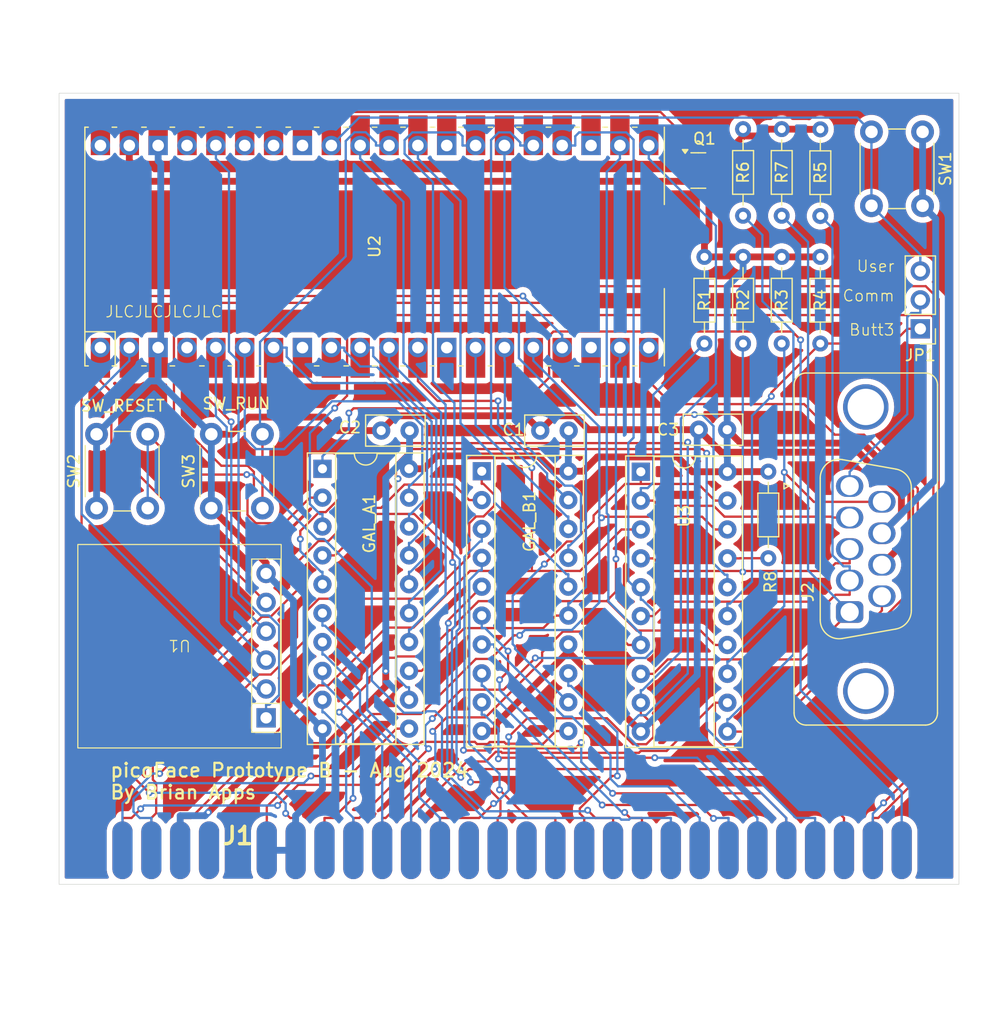
<source format=kicad_pcb>
(kicad_pcb (version 20240108) (generator "pcbnew") (generator_version "8.0")
  (layers (0 "F.Cu" signal) (31 "B.Cu" signal) (34 "B.Paste" user) (35 "F.Paste" user) (36 "B.SilkS" user "B.Silkscreen") (37 "F.SilkS" user "F.Silkscreen") (38 "B.Mask" user) (39 "F.Mask" user) (44 "Edge.Cuts" user))
  (net 0 "")
  (net 1 "/VCC")
  (net 2 "/A2xA10")
  (net 3 "/MLE")
  (net 4 "/A1xA9")
  (net 5 "/A2")
  (net 6 "/A4xA12")
  (net 7 "/A3xA11")
  (net 8 "/A9")
  (net 9 "/~{CSROM}")
  (net 10 "/A3")
  (net 11 "/A7")
  (net 12 "/A10")
  (net 13 "/A0")
  (net 14 "/GND")
  (net 15 "/A4")
  (net 16 "/ROME")
  (net 17 "/A11")
  (net 18 "/A1")
  (net 19 "/A8")
  (net 20 "/A0xA8")
  (net 21 "/~{JOYE}")
  (net 22 "/A5")
  (net 23 "/A13")
  (net 24 "/A5xA13")
  (net 25 "/A12")
  (net 26 "/~{PICOREQ}")
  (net 27 "/A7xRD")
  (net 28 "/~{RD}")
  (net 29 "/~{WR}")
  (net 30 "/~{IOREQ}")
  (net 31 "/A14")
  (net 32 "/~{MREQ}")
  (net 33 "/A6")
  (net 34 "/A6xM1")
  (net 35 "/~{RESET}")
  (net 36 "/A15")
  (net 37 "/D5")
  (net 40 "/D4")
  (net 41 "/D3")
  (net 42 "/D7")
  (net 47 "/~{NMI}")
  (net 50 "/M1")
  (net 51 "/D2")
  (net 52 "/D1")
  (net 53 "/RUN")
  (net 54 "/D0")
  (net 65 "/D6")
  (net 70 "/MOSI")
  (net 74 "/CLK")
  (net 78 "/USER_SW")
  (net 79 "/3V3")
  (net 80 "/MISO")
  (net 81 "/CS")
  (net 82 "Net-(JP1-C)")
  (net 83 "/J_FIRE2")
  (net 84 "/J_FIRE1")
  (net 85 "/J_DOWN")
  (net 86 "/J_FIRE3")
  (net 87 "/J_RIGHT")
  (net 88 "/J_LEFT")
  (net 89 "/J_UP")
  (net 90 "/VBUS")
  (net 91 "/VSYS")
  (net 92 "Net-(U3-I3b)")
  (footprint "mysyms:RPi_Pico_SMD_TH_BA" (layer "F.Cu") (at 144.77 58.49 90)
    (property "Reference" "U2")
    (property "Value" "Pico")
  )
  (footprint "Resistor_THT:R_Axial_DIN0204_L3.6mm_D1.6mm_P7.62mm_Horizontal" (layer "F.Cu") (at 184 67.02 90)
    (property "Reference" "R4")
    (property "Value" "8K2")
  )
  (footprint "Package_DIP:DIP-20_W7.62mm_Socket" (layer "F.Cu") (at 140.18 78.04)
    (property "Reference" "GAL_A1")
    (property "Value" "~")
  )
  (footprint "Button_Switch_THT:SW_PUSH_6mm_H8mm" (layer "F.Cu") (at 120.3 81.5 90)
    (property "Reference" "SW2")
    (property "Value" "SW_RESET")
  )
  (footprint "Resistor_THT:R_Axial_DIN0204_L3.6mm_D1.6mm_P7.62mm_Horizontal" (layer "F.Cu") (at 184 55.8 90)
    (property "Reference" "R5")
    (property "Value" "8K2")
  )
  (footprint "8bits:DSUB-9_Female_Vertical_P2.77x2.84mm_MountingHoles" (layer "F.Cu") (at 186.58 79.56 90)
    (property "Reference" "J2")
    (property "Value" "DE9_Plug")
  )
  (footprint "Resistor_THT:R_Axial_DIN0204_L3.6mm_D1.6mm_P7.62mm_Horizontal" (layer "F.Cu") (at 180.6 67.02 90)
    (property "Reference" "R3")
    (property "Value" "8K2")
  )
  (footprint "mysyms:SDMICRO_ALIEXPRESS" (layer "F.Cu") (at 127.6 93.6 180)
    (property "Reference" "U1")
    (property "Value" "~")
  )
  (footprint "Resistor_THT:R_Axial_DIN0204_L3.6mm_D1.6mm_P7.62mm_Horizontal" (layer "F.Cu") (at 173.8 67.02 90)
    (property "Reference" "R1")
    (property "Value" "8K2")
  )
  (footprint "Capacitor_THT:C_Disc_D5.0mm_W2.5mm_P2.50mm" (layer "F.Cu") (at 175.8 74.6 180)
    (property "Reference" "C3")
    (property "Value" "C")
  )
  (footprint "Package_DIP:DIP-20_W7.62mm_Socket" (layer "F.Cu") (at 168.2 78.3)
    (property "Reference" "U3")
    (property "Value" "74LS240")
  )
  (footprint "Resistor_THT:R_Axial_DIN0204_L3.6mm_D1.6mm_P7.62mm_Horizontal" (layer "F.Cu") (at 177.2 67.02 90)
    (property "Reference" "R2")
    (property "Value" "8K2")
  )
  (footprint "Button_Switch_THT:SW_PUSH_6mm_H8mm" (layer "F.Cu") (at 130.4 81.5 90)
    (property "Reference" "SW3")
    (property "Value" "SW_RUN")
  )
  (footprint "Connector_PinHeader_2.54mm:PinHeader_1x03_P2.54mm_Vertical" (layer "F.Cu") (at 192.8 65.725 180)
    (property "Reference" "JP1")
    (property "Value" "JS_BUT3")
  )
  (footprint "Package_TO_SOT_SMD:SOT-23" (layer "F.Cu") (at 173.2625 51.8)
    (property "Reference" "Q1")
    (property "Value" "DMG2305")
  )
  (footprint "8bits:ZX_CONN" (layer "F.Cu") (at 147.98 111.6)
    (property "Reference" "J1")
    (property "Value" "ZX_Spectrum_Connector_48K_SORTED" (hide yes))
  )
  (footprint "Capacitor_THT:C_Disc_D5.0mm_W2.5mm_P2.50mm" (layer "F.Cu") (at 147.85 74.68 180)
    (property "Reference" "C2")
    (property "Value" "C")
  )
  (footprint "Package_DIP:DIP-20_W7.62mm_Socket" (layer "F.Cu") (at 154.2 78.255)
    (property "Reference" "GAL_B1")
    (property "Value" "~")
  )
  (footprint "Capacitor_THT:C_Disc_D5.0mm_W2.5mm_P2.50mm" (layer "F.Cu") (at 161.85 74.68 180)
    (property "Reference" "C1")
    (property "Value" "C")
  )
  (footprint "Resistor_THT:R_Axial_DIN0204_L3.6mm_D1.6mm_P7.62mm_Horizontal" (layer "F.Cu") (at 180.6 55.78 90)
    (property "Reference" "R7")
    (property "Value" "8K2")
  )
  (footprint "Button_Switch_THT:SW_PUSH_6mm_H8mm" (layer "F.Cu") (at 193 48.4 -90)
    (property "Reference" "SW1")
    (property "Value" "SW_USER")
  )
  (footprint "Resistor_THT:R_Axial_DIN0204_L3.6mm_D1.6mm_P7.62mm_Horizontal" (layer "F.Cu") (at 179.42 78.29 -90)
    (property "Reference" "R8")
    (property "Value" "8K2")
  )
  (footprint "Resistor_THT:R_Axial_DIN0204_L3.6mm_D1.6mm_P7.62mm_Horizontal" (layer "F.Cu") (at 177.2 55.78 90)
    (property "Reference" "R6")
    (property "Value" "8K1")
  )
  (gr_rect (start 117 45) (end 196.2 114.6) (stroke (width 0.05)) (fill none) (layer "Edge.Cuts"))
  (gr_text "Butt3" (at 190.6 66.4 0) (layer "F.SilkS") (effects (font (size 1 1) (thickness 0.1)) (justify right bottom)))
  (gr_text "JLCJLCJLCJLC" (at 121 64.8 0) (layer "F.SilkS") (effects (font (size 1 1) (thickness 0.1)) (justify left bottom)))
  (gr_text "User" (at 190.6 60.8 0) (layer "F.SilkS") (effects (font (size 1 1) (thickness 0.1)) (justify right bottom)))
  (gr_text "Comm" (at 190.6 63.4 0) (layer "F.SilkS") (effects (font (size 1 1) (thickness 0.1)) (justify right bottom)))
  (gr_text "picoFace Prototype B - Aug 2024\nBy Brian Apps" (at 121.4 107.2 0) (layer "F.SilkS") (effects (font (size 1.2 1.2) (thickness 0.2) (bold yes)) (justify left bottom)))
  (segment (start 191.9549 83.9501) (end 189.42 86.485) (width 0.6) (layer "F.Cu") (net 1))
  (segment (start 172.723 78.3) (end 171.4213 76.9983) (width 0.6) (layer "F.Cu") (net 1))
  (segment (start 177.2 48.8) (end 174.2 51.8) (width 0.6) (layer "F.Cu") (net 1))
  (segment (start 175.8 74.6) (end 176.9818 75.7818) (width 0.6) (layer "F.Cu") (net 1))
  (segment (start 149.1017 78.04) (end 150.2358 76.9059) (width 0.6) (layer "F.Cu") (net 1))
  (segment (start 161.82 78.255) (end 163.1217 78.255) (width 0.6) (layer "F.Cu") (net 1))
  (segment (start 180.6 48.16) (end 179.3983 48.16) (width 0.6) (layer "F.Cu") (net 1))
  (segment (start 175.82 78.3) (end 172.723 78.3) (width 0.6) (layer "F.Cu") (net 1))
  (segment (start 173.8 59.4) (end 173.8 58.1983) (width 0.6) (layer "F.Cu") (net 1))
  (segment (start 136.0239 102.3742) (end 130.1336 108.2645) (width 0.6) (layer "F.Cu") (net 1))
  (segment (start 150.2358 76.9059) (end 159.1692 76.9059) (width 0.6) (layer "F.Cu") (net 1))
  (segment (start 174.2 57.7983) (end 173.8 58.1983) (width 0.6) (layer "F.Cu") (net 1))
  (segment (start 187.7198 75.7818) (end 191.9549 80.0169) (width 0.6) (layer "F.Cu") (net 1))
  (segment (start 184 48.18) (end 182.7983 48.18) (width 0.6) (layer "F.Cu") (net 1))
  (segment (start 174.2 51.8) (end 174.2 57.7983) (width 0.6) (layer "F.Cu") (net 1))
  (segment (start 145.7529 95.8401) (end 145.7529 97.1753) (width 0.6) (layer "F.Cu") (net 1))
  (segment (start 179.42 78.29) (end 177.1317 78.29) (width 0.6) (layer "F.Cu") (net 1))
  (segment (start 159.1692 76.9059) (end 160.5183 78.255) (width 0.6) (layer "F.Cu") (net 1))
  (segment (start 176.9818 75.7818) (end 187.7198 75.7818) (width 0.6) (layer "F.Cu") (net 1))
  (segment (start 177.2 48.7608) (end 178.7975 48.7608) (width 0.6) (layer "F.Cu") (net 1))
  (segment (start 177.2 59.4) (end 173.8 59.4) (width 0.6) (layer "F.Cu") (net 1))
  (segment (start 164.3784 76.9983) (end 163.1217 78.255) (width 0.6) (layer "F.Cu") (net 1))
  (segment (start 180.6 59.4) (end 177.2 59.4) (width 0.6) (layer "F.Cu") (net 1))
  (segment (start 177.2 48.7608) (end 177.2 48.8) (width 0.6) (layer "F.Cu") (net 1))
  (segment (start 177.2 48.16) (end 177.2 48.7608) (width 0.6) (layer "F.Cu") (net 1))
  (segment (start 161.82 78.255) (end 160.5183 78.255) (width 0.6) (layer "F.Cu") (net 1))
  (segment (start 178.7975 48.7608) (end 179.3983 48.16) (width 0.6) (layer "F.Cu") (net 1))
  (segment (start 145.7529 97.1753) (end 140.554 102.3742) (width 0.6) (layer "F.Cu") (net 1))
  (segment (start 191.9549 80.0169) (end 191.9549 83.9501) (width 0.6) (layer "F.Cu") (net 1))
  (segment (start 175.82 78.3) (end 177.1217 78.3) (width 0.6) (layer "F.Cu") (net 1))
  (segment (start 180.6 59.4) (end 184 59.4) (width 0.6) (layer "F.Cu") (net 1))
  (segment (start 182.7783 48.16) (end 182.7983 48.18) (width 0.6) (layer "F.Cu") (net 1))
  (segment (start 177.1317 78.29) (end 177.1217 78.3) (width 0.6) (layer "F.Cu") (net 1))
  (segment (start 171.4213 76.9983) (end 164.3784 76.9983) (width 0.6) (layer "F.Cu") (net 1))
  (segment (start 147.8 78.04) (end 149.1017 78.04) (width 0.6) (layer "F.Cu") (net 1))
  (segment (start 180.6 48.16) (end 182.7783 48.16) (width 0.6) (layer "F.Cu") (net 1))
  (segment (start 140.554 102.3742) (end 136.0239 102.3742) (width 0.6) (layer "F.Cu") (net 1))
  (via (at 130.1336 108.2645) (size 0.6) (drill 0.3) (layers "F.Cu" "B.Cu") (net 1))
  (via (at 145.7529 95.8401) (size 0.6) (drill 0.3) (layers "F.Cu" "B.Cu") (net 1))
  (segment (start 129.8398 108.5583) (end 127.66 108.5583) (width 0.6) (layer "B.Cu") (net 1))
  (segment (start 127.66 111.6) (end 127.66 108.5583) (width 0.6) (layer "B.Cu") (net 1))
  (segment (start 147.5476 77.0596) (end 147.8 77.0596) (width 0.6) (layer "B.Cu") (net 1))
  (segment (start 175.8 74.6) (end 175.8 62.0017) (width 0.6) (layer "B.Cu") (net 1))
  (segment (start 147.85 76.6883) (end 147.8 76.7383) (width 0.6) (layer "B.Cu") (net 1))
  (segment (start 145.753 78.8542) (end 147.5476 77.0596) (width 0.6) (layer "B.Cu") (net 1))
  (segment (start 147.8 78.04) (end 147.8 77.0596) (width 0.6) (layer "B.Cu") (net 1))
  (segment (start 130.1336 108.2645) (end 129.8398 108.5583) (width 0.6) (layer "B.Cu") (net 1))
  (segment (start 175.82 76.9983) (end 175.8 76.9783) (width 0.6) (layer "B.Cu") (net 1))
  (segment (start 161.82 78.255) (end 161.82 76.9533) (width 0.6) (layer "B.Cu") (net 1))
  (segment (start 175.8 62.0017) (end 177.2 60.6017) (width 0.6) (layer "B.Cu") (net 1))
  (segment (start 161.82 76.9533) (end 161.85 76.9233) (width 0.6) (layer "B.Cu") (net 1))
  (segment (start 147.85 74.68) (end 147.85 76.6883) (width 0.6) (layer "B.Cu") (net 1))
  (segment (start 147.8 77.0596) (end 147.8 76.7383) (width 0.6) (layer "B.Cu") (net 1))
  (segment (start 145.7529 95.8401) (end 145.753 95.8401) (width 0.6) (layer "B.Cu") (net 1))
  (segment (start 145.753 95.8401) (end 145.753 78.8542) (width 0.6) (layer "B.Cu") (net 1))
  (segment (start 177.2 59.4) (end 177.2 60.6017) (width 0.6) (layer "B.Cu") (net 1))
  (segment (start 161.85 76.9233) (end 161.85 74.68) (width 0.6) (layer "B.Cu") (net 1))
  (segment (start 175.82 78.3) (end 175.82 76.9983) (width 0.6) (layer "B.Cu") (net 1))
  (segment (start 175.8 76.9783) (end 175.8 74.6) (width 0.6) (layer "B.Cu") (net 1))
  (segment (start 149.7881 82.7079) (end 147.9377 84.5583) (width 0.2) (layer "B.Cu") (net 2))
  (segment (start 140.96 67.38) (end 142.1117 67.38) (width 0.2) (layer "B.Cu") (net 2))
  (segment (start 142.1117 67.38) (end 142.1117 67.6485) (width 0.2) (layer "B.Cu") (net 2))
  (segment (start 147.9377 84.5583) (end 147.8 84.5583) (width 0.2) (layer "B.Cu") (net 2))
  (segment (start 147.8 85.66) (end 147.8 84.5583) (width 0.2) (layer "B.Cu") (net 2))
  (segment (start 142.1117 67.6485) (end 143.4996 69.0364) (width 0.2) (layer "B.Cu") (net 2))
  (segment (start 149.7881 73.8812) (end 149.7881 82.7079) (width 0.2) (layer "B.Cu") (net 2))
  (segment (start 143.4996 69.0364) (end 144.9433 69.0364) (width 0.2) (layer "B.Cu") (net 2))
  (segment (start 144.9433 69.0364) (end 149.7881 73.8812) (width 0.2) (layer "B.Cu") (net 2))
  (segment (start 161.82 90.955) (end 160.7183 90.955) (width 0.2) (layer "F.Cu") (net 3))
  (segment (start 148.9017 95.82) (end 152.665 92.0567) (width 0.2) (layer "F.Cu") (net 3))
  (segment (start 152.665 92.0567) (end 159.6166 92.0567) (width 0.2) (layer "F.Cu") (net 3))
  (segment (start 147.8 95.82) (end 148.9017 95.82) (width 0.2) (layer "F.Cu") (net 3))
  (segment (start 159.6166 92.0567) (end 160.7183 90.955) (width 0.2) (layer "F.Cu") (net 3))
  (segment (start 163.3696 88.4414) (end 161.9577 89.8533) (width 0.2) (layer "B.Cu") (net 3))
  (segment (start 161.82 90.955) (end 161.82 89.8533) (width 0.2) (layer "B.Cu") (net 3))
  (segment (start 157.47 63.3416) (end 157.47 68.3164) (width 0.2) (layer "B.Cu") (net 3))
  (segment (start 156.2 50.7517) (end 156.2 62.0716) (width 0.2) (layer "B.Cu") (net 3))
  (segment (start 156.2 49.6) (end 156.2 50.7517) (width 0.2) (layer "B.Cu") (net 3))
  (segment (start 157.47 68.3164) (end 163.3696 74.216) (width 0.2) (layer "B.Cu") (net 3))
  (segment (start 163.3696 74.216) (end 163.3696 88.4414) (width 0.2) (layer "B.Cu") (net 3))
  (segment (start 156.2 62.0716) (end 157.47 63.3416) (width 0.2) (layer "B.Cu") (net 3))
  (segment (start 161.9577 89.8533) (end 161.82 89.8533) (width 0.2) (layer "B.Cu") (net 3))
  (segment (start 135.88 67.38) (end 137.0317 67.38) (width 0.2) (layer "B.Cu") (net 4))
  (segment (start 145.8067 70.4994) (end 139.3366 70.4994) (width 0.2) (layer "B.Cu") (net 4))
  (segment (start 139.3366 70.4994) (end 137.0317 68.1945) (width 0.2) (layer "B.Cu") (net 4))
  (segment (start 149.3827 80.5733) (end 149.3827 74.0754) (width 0.2) (layer "B.Cu") (net 4))
  (segment (start 147.8 83.12) (end 147.8 82.0183) (width 0.2) (layer "B.Cu") (net 4))
  (segment (start 147.8 82.0183) (end 147.9377 82.0183) (width 0.2) (layer "B.Cu") (net 4))
  (segment (start 137.0317 68.1945) (end 137.0317 67.38) (width 0.2) (layer "B.Cu") (net 4))
  (segment (start 147.9377 82.0183) (end 149.3827 80.5733) (width 0.2) (layer "B.Cu") (net 4))
  (segment (start 149.3827 74.0754) (end 145.8067 70.4994) (width 0.2) (layer "B.Cu") (net 4))
  (segment (start 143.4868 97.5507) (end 140.3178 94.3817) (width 0.2) (layer "B.Cu") (net 5))
  (segment (start 147.98 103.9072) (end 143.4868 99.414) (width 0.2) (layer "B.Cu") (net 5))
  (segment (start 140.18 93.28) (end 140.18 94.3817) (width 0.2) (layer "B.Cu") (net 5))
  (segment (start 140.3178 94.3817) (end 140.18 94.3817) (width 0.2) (layer "B.Cu") (net 5))
  (segment (start 143.4868 99.414) (end 143.4868 97.5507) (width 0.2) (layer "B.Cu") (net 5))
  (segment (start 147.98 111.6) (end 147.98 108.7583) (width 0.2) (layer "B.Cu") (net 5))
  (segment (start 147.98 108.7583) (end 147.98 103.9072) (width 0.2) (layer "B.Cu") (net 5))
  (segment (start 146.04 68.5317) (end 150.6141 73.1058) (width 0.2) (layer "B.Cu") (net 6))
  (segment (start 146.04 67.38) (end 146.04 68.5317) (width 0.2) (layer "B.Cu") (net 6))
  (segment (start 147.9357 89.6383) (end 147.8 89.6383) (width 0.2) (layer "B.Cu") (net 6))
  (segment (start 147.8 90.74) (end 147.8 89.6383) (width 0.2) (layer "B.Cu") (net 6))
  (segment (start 150.6141 73.1058) (end 150.6141 86.9599) (width 0.2) (layer "B.Cu") (net 6))
  (segment (start 150.6141 86.9599) (end 147.9357 89.6383) (width 0.2) (layer "B.Cu") (net 6))
  (segment (start 143.5 67.38) (end 144.6517 67.38) (width 0.2) (layer "B.Cu") (net 7))
  (segment (start 147.9377 87.0983) (end 150.198 84.838) (width 0.2) (layer "B.Cu") (net 7))
  (segment (start 144.6517 68.1426) (end 144.6517 67.38) (width 0.2) (layer "B.Cu") (net 7))
  (segment (start 147.8 87.0983) (end 147.9377 87.0983) (width 0.2) (layer "B.Cu") (net 7))
  (segment (start 150.198 84.838) (end 150.198 73.6889) (width 0.2) (layer "B.Cu") (net 7))
  (segment (start 150.198 73.6889) (end 144.6517 68.1426) (width 0.2) (layer "B.Cu") (net 7))
  (segment (start 147.8 88.2) (end 147.8 87.0983) (width 0.2) (layer "B.Cu") (net 7))
  (segment (start 193.7572 64.5198) (end 144.1753 64.5198) (width 0.2) (layer "F.Cu") (net 8))
  (segment (start 142.3483 71.6173) (end 141.2627 72.7029) (width 0.2) (layer "F.Cu") (net 8))
  (segment (start 142.3483 66.3468) (end 142.3483 71.6173) (width 0.2) (layer "F.Cu") (net 8))
  (segment (start 193.9517 103.0473) (end 193.9517 64.7143) (width 0.2) (layer "F.Cu") (net 8))
  (segment (start 144.1753 64.5198) (end 142.3483 66.3468) (width 0.2) (layer "F.Cu") (net 8))
  (segment (start 193.9517 64.7143) (end 193.7572 64.5198) (width 0.2) (layer "F.Cu") (net 8))
  (segment (start 189.57 107.429) (end 193.9517 103.0473) (width 0.2) (layer "F.Cu") (net 8))
  (via (at 141.2627 72.7029) (size 0.6) (drill 0.3) (layers "F.Cu" "B.Cu") (net 8))
  (via (at 189.57 107.429) (size 0.6) (drill 0.3) (layers "F.Cu" "B.Cu") (net 8))
  (segment (start 140.18 83.12) (end 140.18 82.0183) (width 0.2) (layer "B.Cu") (net 8))
  (segment (start 139.069 74.8966) (end 141.2627 72.7029) (width 0.2) (layer "B.Cu") (net 8))
  (segment (start 139.069 81.1356) (end 139.069 74.8966) (width 0.2) (layer "B.Cu") (net 8))
  (segment (start 140.18 82.0183) (end 139.9517 82.0183) (width 0.2) (layer "B.Cu") (net 8))
  (segment (start 188.62 111.6) (end 188.62 108.379) (width 0.2) (layer "B.Cu") (net 8))
  (segment (start 188.62 108.379) (end 189.57 107.429) (width 0.2) (layer "B.Cu") (net 8))
  (segment (start 139.9517 82.0183) (end 139.069 81.1356) (width 0.2) (layer "B.Cu") (net 8))
  (segment (start 147.977 76.3027) (end 161.8549 76.3027) (width 0.2) (layer "F.Cu") (net 9))
  (segment (start 146.8313 78.9169) (end 146.6463 78.7319) (width 0.2) (layer "F.Cu") (net 9))
  (segment (start 173.6303 76.3081) (end 173.9972 76.675) (width 0.2) (layer "F.Cu") (net 9))
  (segment (start 146.6463 78.7319) (end 146.6463 77.6334) (width 0.2) (layer "F.Cu") (net 9))
  (segment (start 161.8603 76.3081) (end 173.6303 76.3081) (width 0.2) (layer "F.Cu") (net 9))
  (segment (start 161.8549 76.3027) (end 161.8603 76.3081) (width 0.2) (layer "F.Cu") (net 9))
  (segment (start 146.6463 77.6334) (end 147.977 76.3027) (width 0.2) (layer "F.Cu") (net 9))
  (via (at 173.9972 76.675) (size 0.6) (drill 0.3) (layers "F.Cu" "B.Cu") (net 9))
  (via (at 146.8313 78.9169) (size 0.6) (drill 0.3) (layers "F.Cu" "B.Cu") (net 9))
  (segment (start 183.54 108.7583) (end 181.8602 108.7583) (width 0.2) (layer "B.Cu") (net 9))
  (segment (start 173.9972 100.8953) (end 173.9972 76.675) (width 0.2) (layer "B.Cu") (net 9))
  (segment (start 147.5717 97.2583) (end 146.6568 96.3434) (width 0.2) (layer "B.Cu") (net 9))
  (segment (start 147.8 97.2583) (end 147.5717 97.2583) (width 0.2) (layer "B.Cu") (net 9))
  (segment (start 146.6568 96.3434) (end 146.6568 79.0914) (width 0.2) (layer "B.Cu") (net 9))
  (segment (start 183.54 111.6) (end 183.54 108.7583) (width 0.2) (layer "B.Cu") (net 9))
  (segment (start 181.8602 108.7583) (end 173.9972 100.8953) (width 0.2) (layer "B.Cu") (net 9))
  (segment (start 146.6568 79.0914) (end 146.8313 78.9169) (width 0.2) (layer "B.Cu") (net 9))
  (segment (start 147.8 98.36) (end 147.8 97.2583) (width 0.2) (layer "B.Cu") (net 9))
  (segment (start 144.1196 95.5574) (end 144.1196 99.2566) (width 0.2) (layer "B.Cu") (net 10))
  (segment (start 144.1196 99.2566) (end 148.6974 103.8344) (width 0.2) (layer "B.Cu") (net 10))
  (segment (start 148.6974 103.8344) (end 148.6974 106.9357) (width 0.2) (layer "B.Cu") (net 10))
  (segment (start 140.18 91.8417) (end 140.4039 91.8417) (width 0.2) (layer "B.Cu") (net 10))
  (segment (start 140.4039 91.8417) (end 144.1196 95.5574) (width 0.2) (layer "B.Cu") (net 10))
  (segment (start 148.6974 106.9357) (end 150.52 108.7583) (width 0.2) (layer "B.Cu") (net 10))
  (segment (start 150.52 111.6) (end 150.52 108.7583) (width 0.2) (layer "B.Cu") (net 10))
  (segment (start 140.18 90.74) (end 140.18 91.8417) (width 0.2) (layer "B.Cu") (net 10))
  (segment (start 165.5322 103.244) (end 165.5322 105.3081) (width 0.2) (layer "B.Cu") (net 11))
  (segment (start 166.198 105.9739) (end 170.5956 105.9739) (width 0.2) (layer "B.Cu") (net 11))
  (segment (start 155.3017 93.7275) (end 161.4192 99.845) (width 0.2) (layer "B.Cu") (net 11))
  (segment (start 162.1332 99.845) (end 165.5322 103.244) (width 0.2) (layer "B.Cu") (net 11))
  (segment (start 173.38 111.6) (end 173.38 108.7583) (width 0.2) (layer "B.Cu") (net 11))
  (segment (start 165.5322 105.3081) (end 166.198 105.9739) (width 0.2) (layer "B.Cu") (net 11))
  (segment (start 161.4192 99.845) (end 162.1332 99.845) (width 0.2) (layer "B.Cu") (net 11))
  (segment (start 154.2 93.495) (end 155.3017 93.495) (width 0.2) (layer "B.Cu") (net 11))
  (segment (start 170.5956 105.9739) (end 173.38 108.7583) (width 0.2) (layer "B.Cu") (net 11))
  (segment (start 155.3017 93.495) (end 155.3017 93.7275) (width 0.2) (layer "B.Cu") (net 11))
  (segment (start 194.4105 103.4398) (end 189.092 108.7583) (width 0.2) (layer "F.Cu") (net 12))
  (segment (start 134.144 79.5948) (end 134.144 78.3146) (width 0.2) (layer "F.Cu") (net 12))
  (segment (start 133.5829 80.1559) (end 134.144 79.5948) (width 0.2) (layer "F.Cu") (net 12))
  (segment (start 140.18 80.58) (end 139.0783 80.58) (width 0.2) (layer "F.Cu") (net 12))
  (segment (start 131.2786 77.774) (end 127.1083 73.6037) (width 0.2) (layer "F.Cu") (net 12))
  (segment (start 159.2759 63.4431) (end 160.741 61.978) (width 0.2) (layer "F.Cu") (net 12))
  (segment (start 188.62 111.6) (end 188.62 108.7583) (width 0.2) (layer "F.Cu") (net 12))
  (segment (start 127.1083 66.3998) (end 130.065 63.4431) (width 0.2) (layer "F.Cu") (net 12))
  (segment (start 134.3195 82.8274) (end 133.5829 82.0908) (width 0.2) (layer "F.Cu") (net 12))
  (segment (start 160.741 61.978) (end 193.2769 61.978) (width 0.2) (layer "F.Cu") (net 12))
  (segment (start 134.144 78.3146) (end 133.6034 77.774) (width 0.2) (layer "F.Cu") (net 12))
  (segment (start 127.1083 73.6037) (end 127.1083 66.3998) (width 0.2) (layer "F.Cu") (net 12))
  (segment (start 136.8309 82.8274) (end 134.3195 82.8274) (width 0.2) (layer "F.Cu") (net 12))
  (segment (start 193.2769 61.978) (end 194.4105 63.1116) (width 0.2) (layer "F.Cu") (net 12))
  (segment (start 133.5829 82.0908) (end 133.5829 80.1559) (width 0.2) (layer "F.Cu") (net 12))
  (segment (start 189.092 108.7583) (end 188.62 108.7583) (width 0.2) (layer "F.Cu") (net 12))
  (segment (start 194.4105 63.1116) (end 194.4105 103.4398) (width 0.2) (layer "F.Cu") (net 12))
  (segment (start 130.065 63.4431) (end 159.2759 63.4431) (width 0.2) (layer "F.Cu") (net 12))
  (segment (start 133.6034 77.774) (end 131.2786 77.774) (width 0.2) (layer "F.Cu") (net 12))
  (segment (start 139.0783 80.58) (end 136.8309 82.8274) (width 0.2) (layer "F.Cu") (net 12))
  (segment (start 140.18 99.4617) (end 140.3215 99.4617) (width 0.2) (layer "B.Cu") (net 13))
  (segment (start 140.18 98.36) (end 140.18 99.4617) (width 0.2) (layer "B.Cu") (net 13))
  (segment (start 142.2671 101.4073) (end 142.2671 108.1254) (width 0.2) (layer "B.Cu") (net 13))
  (segment (start 140.3215 99.4617) (end 142.2671 101.4073) (width 0.2) (layer "B.Cu") (net 13))
  (segment (start 142.9 111.6) (end 142.9 108.7583) (width 0.2) (layer "B.Cu") (net 13))
  (segment (start 142.2671 108.1254) (end 142.9 108.7583) (width 0.2) (layer "B.Cu") (net 13))
  (segment (start 159.35 74.68) (end 158.0483 73.3783) (width 0.6) (layer "F.Cu") (net 14))
  (segment (start 132.1843 75) (end 133.6924 73.4919) (width 0.6) (layer "F.Cu") (net 14))
  (segment (start 130.4 75) (end 132.1843 75) (width 0.6) (layer "F.Cu") (net 14))
  (segment (start 161.8156 94.133) (end 155.5017 100.4469) (width 0.6) (layer "F.Cu") (net 14))
  (segment (start 191.1371 81.9979) (end 189.42 83.715) (width 0.6) (layer "F.Cu") (net 14))
  (segment (start 163.6109 74.5999) (end 162.3893 73.3783) (width 0.6) (layer "F.Cu") (net 14))
  (segment (start 173.3 74.6) (end 175.2836 76.5836) (width 0.6) (layer "F.Cu") (net 14))
  (segment (start 146.6517 73.3783) (end 145.35 74.68) (width 0.6) (layer "F.Cu") (net 14))
  (segment (start 161.82 93.495) (end 161.82 94.1286) (width 0.6) (layer "F.Cu") (net 14))
  (segment (start 164.715 97.675) (end 164.715 97.0325) (width 0.6) (layer "F.Cu") (net 14))
  (segment (start 130.4 81.5) (end 135.22 86.32) (width 0.6) (layer "F.Cu") (net 14))
  (segment (start 173.3 74.6) (end 163.6109 74.6) (width 0.6) (layer "F.Cu") (net 14))
  (segment (start 162.3893 73.3783) (end 160.6517 73.3783) (width 0.6) (layer "F.Cu") (net 14))
  (segment (start 175.2836 76.5836) (end 187.3635 76.5836) (width 0.6) (layer "F.Cu") (net 14))
  (segment (start 135.22 86.32) (end 135.22 87.25) (width 0.6) (layer "F.Cu") (net 14))
  (segment (start 133.6924 73.4919) (end 140.3351 73.4919) (width 0.6) (layer "F.Cu") (net 14))
  (segment (start 164.715 97.0325) (end 161.8156 94.133) (width 0.6) (layer "F.Cu") (net 14))
  (segment (start 160.6517 73.3783) (end 159.35 74.68) (width 0.6) (layer "F.Cu") (net 14))
  (segment (start 163.6109 74.6) (end 163.6109 74.5999) (width 0.6) (layer "F.Cu") (net 14))
  (segment (start 161.82 94.1286) (end 161.8156 94.133) (width 0.6) (layer "F.Cu") (net 14))
  (segment (start 187.3635 76.5836) (end 191.1371 80.3572) (width 0.6) (layer "F.Cu") (net 14))
  (segment (start 155.5017 100.4469) (end 155.5017 101.115) (width 0.6) (layer "F.Cu") (net 14))
  (segment (start 158.0483 73.3783) (end 146.6517 73.3783) (width 0.6) (layer "F.Cu") (net 14))
  (segment (start 154.2 101.115) (end 155.5017 101.115) (width 0.6) (layer "F.Cu") (net 14))
  (segment (start 191.1371 80.3572) (end 191.1371 81.9979) (width 0.6) (layer "F.Cu") (net 14))
  (segment (start 168.2 101.16) (end 164.715 97.675) (width 0.6) (layer "F.Cu") (net 14))
  (segment (start 141.5232 74.68) (end 145.35 74.68) (width 0.6) (layer "F.Cu") (net 14))
  (segment (start 140.3351 73.4919) (end 141.5232 74.68) (width 0.6) (layer "F.Cu") (net 14))
  (segment (start 173.164 74.736) (end 173.164 96.196) (width 0.6) (layer "B.Cu") (net 14))
  (segment (start 125.9467 51.1784) (end 125.72 50.9517) (width 0.6) (layer "B.Cu") (net 14))
  (segment (start 137.82 111.6) (end 135.28 111.6) (width 0.6) (layer "B.Cu") (net 14))
  (segment (start 193 48.4) (end 193 54.9) (width 0.6) (layer "B.Cu") (net 14))
  (segment (start 125.72 70.32) (end 125.72 67.38) (width 0.6) (layer "B.Cu") (net 14))
  (segment (start 130.4 81.5) (end 130.4 75) (width 0.6) (layer "B.Cu") (net 14))
  (segment (start 173.164 96.196) (end 168.2 101.16) (width 0.6) (layer "B.Cu") (net 14))
  (segment (start 137.6299 89.6599) (end 135.22 87.25) (width 0.6) (layer "B.Cu") (net 14))
  (segment (start 173.3 74.6) (end 173.164 74.736) (width 0.6) (layer "B.Cu") (net 14))
  (segment (start 125.72 49.6) (end 125.72 50.9517) (width 0.6) (layer "B.Cu") (net 14))
  (segment (start 130.4 75) (end 125.72 70.32) (width 0.6) (layer "B.Cu") (net 14))
  (segment (start 125.72 70.32) (end 124.98 70.32) (width 0.6) (layer "B.Cu") (net 14))
  (segment (start 140.18 101.5508) (end 140.18 102.2017) (width 0.6) (layer "B.Cu") (net 14))
  (segment (start 193 54.9) (end 194.1517 56.0517) (width 0.6) (layer "B.Cu") (net 14))
  (segment (start 194.1517 56.0517) (end 194.1517 78.9833) (width 0.6) (layer "B.Cu") (net 14))
  (segment (start 137.6299 98.3499) (end 137.6299 89.6599) (width 0.6) (layer "B.Cu") (net 14))
  (segment (start 140.18 106.1983) (end 140.18 102.2017) (width 0.6) (layer "B.Cu") (net 14))
  (segment (start 125.9467 67.1533) (end 125.9467 51.1784) (width 0.6) (layer "B.Cu") (net 14))
  (segment (start 140.18 101.5508) (end 140.18 100.9) (width 0.6) (layer "B.Cu") (net 14))
  (segment (start 140.18 100.9) (end 137.6299 98.3499) (width 0.6) (layer "B.Cu") (net 14))
  (segment (start 124.98 70.32) (end 120.3 75) (width 0.6) (layer "B.Cu") (net 14))
  (segment (start 137.82 111.6) (end 137.82 108.5583) (width 0.6) (layer "B.Cu") (net 14))
  (segment (start 137.82 108.5583) (end 140.18 106.1983) (width 0.6) (layer "B.Cu") (net 14))
  (segment (start 194.1517 78.9833) (end 189.42 83.715) (width 0.6) (layer "B.Cu") (net 14))
  (segment (start 125.72 67.38) (end 125.9467 67.1533) (width 0.6) (layer "B.Cu") (net 14))
  (segment (start 120.3 75) (end 120.3 81.5) (width 0.6) (layer "B.Cu") (net 14))
  (segment (start 146.5371 75.7817) (end 172.2521 75.7817) (width 0.2) (layer "F.Cu") (net 15))
  (segment (start 138.2323 84.222) (end 138.2323 83.5056) (width 0.2) (layer "F.Cu") (net 15))
  (segment (start 172.2521 75.7817) (end 172.3296 75.7042) (width 0.2) (layer "F.Cu") (net 15))
  (segment (start 138.2323 83.5056) (end 139.8879 81.85) (width 0.2) (layer "F.Cu") (net 15))
  (segment (start 140.4688 81.85) (end 146.5371 75.7817) (width 0.2) (layer "F.Cu") (net 15))
  (segment (start 139.8879 81.85) (end 140.4688 81.85) (width 0.2) (layer "F.Cu") (net 15))
  (via (at 138.2323 84.222) (size 0.6) (drill 0.3) (layers "F.Cu" "B.Cu") (net 15))
  (via (at 172.3296 75.7042) (size 0.6) (drill 0.3) (layers "F.Cu" "B.Cu") (net 15))
  (segment (start 168.0229 99.7217) (end 167.0716 100.673) (width 0.2) (layer "B.Cu") (net 15))
  (segment (start 181 111.6) (end 181 108.7583) (width 0.2) (layer "B.Cu") (net 15))
  (segment (start 168.6564 99.7217) (end 168.0229 99.7217) (width 0.2) (layer "B.Cu") (net 15))
  (segment (start 172.3296 75.7042) (end 172.3296 96.0485) (width 0.2) (layer "B.Cu") (net 15))
  (segment (start 138.2324 85.2884) (end 138.2324 84.222) (width 0.2) (layer "B.Cu") (net 15))
  (segment (start 167.0716 101.5941) (end 168.0956 102.6181) (width 0.2) (layer "B.Cu") (net 15))
  (segment (start 168.0956 102.6181) (end 174.8598 102.6181) (width 0.2) (layer "B.Cu") (net 15))
  (segment (start 174.8598 102.6181) (end 181 108.7583) (width 0.2) (layer "B.Cu") (net 15))
  (segment (start 172.3296 96.0485) (end 168.6564 99.7217) (width 0.2) (layer "B.Cu") (net 15))
  (segment (start 140.18 88.2) (end 140.18 87.0983) (width 0.2) (layer "B.Cu") (net 15))
  (segment (start 138.2324 84.222) (end 138.2323 84.222) (width 0.2) (layer "B.Cu") (net 15))
  (segment (start 167.0716 100.673) (end 167.0716 101.5941) (width 0.2) (layer "B.Cu") (net 15))
  (segment (start 140.0423 87.0983) (end 138.2324 85.2884) (width 0.2) (layer "B.Cu") (net 15))
  (segment (start 140.18 87.0983) (end 140.0423 87.0983) (width 0.2) (layer "B.Cu") (net 15))
  (segment (start 147.31 54.5617) (end 143.5 50.7517) (width 0.2) (layer "B.Cu") (net 16))
  (segment (start 147.9377 92.1783) (end 151.0158 89.1002) (width 0.2) (layer "B.Cu") (net 16))
  (segment (start 151.0158 89.1002) (end 151.0158 72.3922) (width 0.2) (layer "B.Cu") (net 16))
  (segment (start 147.8 93.28) (end 147.8 92.1783) (width 0.2) (layer "B.Cu") (net 16))
  (segment (start 147.31 68.6864) (end 147.31 54.5617) (width 0.2) (layer "B.Cu") (net 16))
  (segment (start 151.0158 72.3922) (end 147.31 68.6864) (width 0.2) (layer "B.Cu") (net 16))
  (segment (start 147.8 92.1783) (end 147.9377 92.1783) (width 0.2) (layer "B.Cu") (net 16))
  (segment (start 143.5 49.6) (end 143.5 50.7517) (width 0.2) (layer "B.Cu") (net 16))
  (segment (start 160.5091 65.9644) (end 160.1271 66.3464) (width 0.2) (layer "F.Cu") (net 17))
  (segment (start 157.4377 72.7175) (end 142.925 72.7175) (width 0.2) (layer "F.Cu") (net 17))
  (segment (start 160.1271 70.0281) (end 157.4377 72.7175) (width 0.2) (layer "F.Cu") (net 17))
  (segment (start 181.5275 65.9644) (end 160.5091 65.9644) (width 0.2) (layer "F.Cu") (net 17))
  (segment (start 142.925 72.7175) (end 142.5078 73.1347) (width 0.2) (layer "F.Cu") (net 17))
  (segment (start 182.2612 66.6981) (end 181.5275 65.9644) (width 0.2) (layer "F.Cu") (net 17))
  (segment (start 160.1271 66.3464) (end 160.1271 70.0281) (width 0.2) (layer "F.Cu") (net 17))
  (via (at 142.5078 73.1347) (size 0.6) (drill 0.3) (layers "F.Cu" "B.Cu") (net 17))
  (via (at 182.2612 66.6981) (size 0.6) (drill 0.3) (layers "F.Cu" "B.Cu") (net 17))
  (segment (start 191.16 111.6) (end 191.16 106.4336) (width 0.2) (layer "B.Cu") (net 17))
  (segment (start 191.16 106.4336) (end 182.2612 97.5348) (width 0.2) (layer "B.Cu") (net 17))
  (segment (start 140.18 78.04) (end 140.18 76.9383) (width 0.2) (layer "B.Cu") (net 17))
  (segment (start 142.5078 74.6105) (end 140.18 76.9383) (width 0.2) (layer "B.Cu") (net 17))
  (segment (start 142.5078 73.1347) (end 142.5078 74.6105) (width 0.2) (layer "B.Cu") (net 17))
  (segment (start 182.2612 97.5348) (end 182.2612 66.6981) (width 0.2) (layer "B.Cu") (net 17))
  (segment (start 145.44 111.6) (end 145.44 102.044) (width 0.2) (layer "B.Cu") (net 18))
  (segment (start 145.44 102.044) (end 140.3177 96.9217) (width 0.2) (layer "B.Cu") (net 18))
  (segment (start 140.18 95.82) (end 140.18 96.9217) (width 0.2) (layer "B.Cu") (net 18))
  (segment (start 140.3177 96.9217) (end 140.18 96.9217) (width 0.2) (layer "B.Cu") (net 18))
  (segment (start 186.08 108.7583) (end 181.779 104.4573) (width 0.2) (layer "F.Cu") (net 19))
  (segment (start 144.9299 82.0118) (end 148.2553 82.0118) (width 0.2) (layer "F.Cu") (net 19))
  (segment (start 181.779 104.4573) (end 153.0816 104.4573) (width 0.2) (layer "F.Cu") (net 19))
  (segment (start 140.18 85.66) (end 141.2817 85.66) (width 0.2) (layer "F.Cu") (net 19))
  (segment (start 153.0816 104.4573) (end 152.3557 105.1832) (width 0.2) (layer "F.Cu") (net 19))
  (segment (start 141.2817 85.66) (end 144.9299 82.0118) (width 0.2) (layer "F.Cu") (net 19))
  (segment (start 186.08 111.6) (end 186.08 108.7583) (width 0.2) (layer "F.Cu") (net 19))
  (segment (start 151.6281 85.3846) (end 151.6281 86.2729) (width 0.2) (layer "F.Cu") (net 19))
  (segment (start 148.2553 82.0118) (end 151.6281 85.3846) (width 0.2) (layer "F.Cu") (net 19))
  (via (at 151.6281 86.2729) (size 0.6) (drill 0.3) (layers "F.Cu" "B.Cu") (net 19))
  (via (at 152.3557 105.1832) (size 0.6) (drill 0.3) (layers "F.Cu" "B.Cu") (net 19))
  (segment (start 151.8615 86.5063) (end 151.8615 91.8864) (width 0.2) (layer "B.Cu") (net 19))
  (segment (start 151.5809 92.167) (end 151.5809 104.4084) (width 0.2) (layer "B.Cu") (net 19))
  (segment (start 151.6281 86.2729) (end 151.8615 86.5063) (width 0.2) (layer "B.Cu") (net 19))
  (segment (start 151.5809 104.4084) (end 152.3557 105.1832) (width 0.2) (layer "B.Cu") (net 19))
  (segment (start 151.8615 91.8864) (end 151.5809 92.167) (width 0.2) (layer "B.Cu") (net 19))
  (segment (start 136.8089 76.3059) (end 134.341 76.3059) (width 0.2) (layer "B.Cu") (net 20))
  (segment (start 141.0136 72.1012) (end 136.8089 76.3059) (width 0.2) (layer "B.Cu") (net 20))
  (segment (start 146.8338 72.1012) (end 141.0136 72.1012) (width 0.2) (layer "B.Cu") (net 20))
  (segment (start 148.9656 78.4504) (end 148.9656 74.233) (width 0.2) (layer "B.Cu") (net 20))
  (segment (start 147.8 79.4783) (end 147.9377 79.4783) (width 0.2) (layer "B.Cu") (net 20))
  (segment (start 133.34 75.3049) (end 133.34 68.5317) (width 0.2) (layer "B.Cu") (net 20))
  (segment (start 134.341 76.3059) (end 133.34 75.3049) (width 0.2) (layer "B.Cu") (net 20))
  (segment (start 133.34 67.38) (end 133.34 68.5317) (width 0.2) (layer "B.Cu") (net 20))
  (segment (start 148.9656 74.233) (end 146.8338 72.1012) (width 0.2) (layer "B.Cu") (net 20))
  (segment (start 147.9377 79.4783) (end 148.9656 78.4504) (width 0.2) (layer "B.Cu") (net 20))
  (segment (start 147.8 80.58) (end 147.8 79.4783) (width 0.2) (layer "B.Cu") (net 20))
  (segment (start 159.7094 86.4228) (end 161.6955 84.4367) (width 0.2) (layer "F.Cu") (net 21))
  (segment (start 168.2 78.3) (end 168.2 79.3748) (width 0.2) (layer "F.Cu") (net 21))
  (segment (start 173.2532 79.3749) (end 174.7183 80.84) (width 0.2) (layer "F.Cu") (net 21))
  (segment (start 161.6955 84.4367) (end 162.2764 84.4367) (width 0.2) (layer "F.Cu") (net 21))
  (segment (start 162.2764 84.4367) (end 164.0446 82.6685) (width 0.2) (layer "F.Cu") (net 21))
  (segment (start 164.0446 82.6685) (end 164.0446 82.1402) (width 0.2) (layer "F.Cu") (net 21))
  (segment (start 168.2 79.3749) (end 168.2 79.3748) (width 0.2) (layer "F.Cu") (net 21))
  (segment (start 166.8099 79.3749) (end 168.2 79.3749) (width 0.2) (layer "F.Cu") (net 21))
  (segment (start 175.82 80.84) (end 174.7183 80.84) (width 0.2) (layer "F.Cu") (net 21))
  (segment (start 168.2 79.3749) (end 173.2532 79.3749) (width 0.2) (layer "F.Cu") (net 21))
  (segment (start 164.0446 82.1402) (end 166.8099 79.3749) (width 0.2) (layer "F.Cu") (net 21))
  (via (at 159.7094 86.4228) (size 0.6) (drill 0.3) (layers "F.Cu" "B.Cu") (net 21))
  (segment (start 156.9227 93.4639) (end 156.9227 89.2095) (width 0.2) (layer "B.Cu") (net 21))
  (segment (start 157.1375 93.8925) (end 157.1375 93.6787) (width 0.2) (layer "B.Cu") (net 21))
  (segment (start 161.82 98.575) (end 157.1375 93.8925) (width 0.2) (layer "B.Cu") (net 21))
  (segment (start 157.1375 93.6787) (end 156.9227 93.4639) (width 0.2) (layer "B.Cu") (net 21))
  (segment (start 156.9227 89.2095) (end 159.7094 86.4228) (width 0.2) (layer "B.Cu") (net 21))
  (segment (start 169.4268 103.4606) (end 155.7585 103.4606) (width 0.2) (layer "F.Cu") (net 22))
  (segment (start 155.7585 103.4606) (end 155.6646 103.5545) (width 0.2) (layer "F.Cu") (net 22))
  (via (at 169.4268 103.4606) (size 0.6) (drill 0.3) (layers "F.Cu" "B.Cu") (net 22))
  (via (at 155.6646 103.5545) (size 0.6) (drill 0.3) (layers "F.Cu" "B.Cu") (net 22))
  (segment (start 178.46 108.7583) (end 173.1623 103.4606) (width 0.2) (layer "B.Cu") (net 22))
  (segment (start 155.6646 100.913) (end 155.6646 103.5545) (width 0.2) (layer "B.Cu") (net 22))
  (segment (start 154.2 98.575) (end 154.2 99.6767) (width 0.2) (layer "B.Cu") (net 22))
  (segment (start 154.4283 99.6767) (end 155.6646 100.913) (width 0.2) (layer "B.Cu") (net 22))
  (segment (start 178.46 111.6) (end 178.46 108.7583) (width 0.2) (layer "B.Cu") (net 22))
  (segment (start 173.1623 103.4606) (end 169.4268 103.4606) (width 0.2) (layer "B.Cu") (net 22))
  (segment (start 154.2 99.6767) (end 154.4283 99.6767) (width 0.2) (layer "B.Cu") (net 22))
  (segment (start 154.2 80.795) (end 153.0983 80.795) (width 0.2) (layer "F.Cu") (net 23))
  (segment (start 139.832 84.39) (end 137.9515 86.2705) (width 0.2) (layer "F.Cu") (net 23))
  (segment (start 143.62 81.48) (end 140.71 84.39) (width 0.2) (layer "F.Cu") (net 23))
  (segment (start 134.8378 91.06) (end 125.2533 100.6445) (width 0.2) (layer "F.Cu") (net 23))
  (segment (start 125.5456 108.3327) (end 125.12 108.7583) (width 0.2) (layer "F.Cu") (net 23))
  (segment (start 153.0983 80.795) (end 151.7337 79.4304) (width 0.2) (layer "F.Cu") (net 23))
  (segment (start 125.5456 105.6824) (end 125.5456 108.3327) (width 0.2) (layer "F.Cu") (net 23))
  (segment (start 125.2533 100.6445) (end 125.2533 105.3901) (width 0.2) (layer "F.Cu") (net 23))
  (segment (start 145.3419 81.48) (end 143.62 81.48) (width 0.2) (layer "F.Cu") (net 23))
  (segment (start 147.3915 79.4304) (end 145.3419 81.48) (width 0.2) (layer "F.Cu") (net 23))
  (segment (start 137.9515 86.2705) (end 137.9515 88.7226) (width 0.2) (layer "F.Cu") (net 23))
  (segment (start 125.2533 105.3901) (end 125.5456 105.6824) (width 0.2) (layer "F.Cu") (net 23))
  (segment (start 135.6141 91.06) (end 134.8378 91.06) (width 0.2) (layer "F.Cu") (net 23))
  (segment (start 125.12 111.6) (end 125.12 108.7583) (width 0.2) (layer "F.Cu") (net 23))
  (segment (start 137.9515 88.7226) (end 135.6141 91.06) (width 0.2) (layer "F.Cu") (net 23))
  (segment (start 151.7337 79.4304) (end 147.3915 79.4304) (width 0.2) (layer "F.Cu") (net 23))
  (segment (start 140.71 84.39) (end 139.832 84.39) (width 0.2) (layer "F.Cu") (net 23))
  (segment (start 150.3143 72.066) (end 155.6337 72.066) (width 0.2) (layer "F.Cu") (net 24))
  (segment (start 148.58 67.38) (end 148.58 70.3317) (width 0.2) (layer "F.Cu") (net 24))
  (segment (start 148.58 70.3317) (end 150.3143 72.066) (width 0.2) (layer "F.Cu") (net 24))
  (via (at 155.6337 72.066) (size 0.6) (drill 0.3) (layers "F.Cu" "B.Cu") (net 24))
  (segment (start 161.82 80.795) (end 159.9531 78.9281) (width 0.2) (layer "B.Cu") (net 24))
  (segment (start 159.9531 78.9281) (end 159.9531 78.4468) (width 0.2) (layer "B.Cu") (net 24))
  (segment (start 159.9531 78.4468) (end 155.6337 74.1274) (width 0.2) (layer "B.Cu") (net 24))
  (segment (start 155.6337 74.1274) (end 155.6337 72.066) (width 0.2) (layer "B.Cu") (net 24))
  (segment (start 147.8 100.9) (end 146.6983 100.9) (width 0.2) (layer "F.Cu") (net 25))
  (segment (start 142.5311 105.0672) (end 139.1683 105.0672) (width 0.2) (layer "F.Cu") (net 25))
  (segment (start 146.6983 100.9) (end 142.5311 105.0672) (width 0.2) (layer "F.Cu") (net 25))
  (via (at 139.1683 105.0672) (size 0.6) (drill 0.3) (layers "F.Cu" "B.Cu") (net 25))
  (segment (start 124.1028 108.7583) (end 125.12 108.7583) (width 0.2) (layer "B.Cu") (net 25))
  (segment (start 125.12 111.6) (end 125.12 108.7583) (width 0.2) (layer "B.Cu") (net 25))
  (segment (start 123.5464 107.0868) (end 123.5464 108.2019) (width 0.2) (layer "B.Cu") (net 25))
  (segment (start 124.9385 105.6947) (end 123.5464 107.0868) (width 0.2) (layer "B.Cu") (net 25))
  (segment (start 138.5408 105.6947) (end 124.9385 105.6947) (width 0.2) (layer "B.Cu") (net 25))
  (segment (start 139.1683 105.0672) (end 138.5408 105.6947) (width 0.2) (layer "B.Cu") (net 25))
  (segment (start 123.5464 108.2019) (end 124.1028 108.7583) (width 0.2) (layer "B.Cu") (net 25))
  (segment (start 155.3114 77.0077) (end 155.3114 80.9829) (width 0.2) (layer "B.Cu") (net 26))
  (segment (start 155.3114 80.9829) (end 161.6418 87.3133) (width 0.2) (layer "B.Cu") (net 26))
  (segment (start 152.33 54.5017) (end 152.33 74.0263) (width 0.2) (layer "B.Cu") (net 26))
  (segment (start 161.82 88.415) (end 161.82 87.3133) (width 0.2) (layer "B.Cu") (net 26))
  (segment (start 152.33 74.0263) (end 155.3114 77.0077) (width 0.2) (layer "B.Cu") (net 26))
  (segment (start 148.58 50.7517) (end 152.33 54.5017) (width 0.2) (layer "B.Cu") (net 26))
  (segment (start 148.58 49.6) (end 148.58 50.7517) (width 0.2) (layer "B.Cu") (net 26))
  (segment (start 161.6418 87.3133) (end 161.82 87.3133) (width 0.2) (layer "B.Cu") (net 26))
  (segment (start 161.5045 79.525) (end 160.3548 78.3753) (width 0.2) (layer "B.Cu") (net 27))
  (segment (start 162.1756 79.525) (end 161.5045 79.525) (width 0.2) (layer "B.Cu") (net 27))
  (segment (start 161.9577 84.7733) (end 162.9313 83.7997) (width 0.2) (layer "B.Cu") (net 27))
  (segment (start 161.82 84.7733) (end 161.9577 84.7733) (width 0.2) (layer "B.Cu") (net 27))
  (segment (start 156.2 67.38) (end 156.2 68.5317) (width 0.2) (layer "B.Cu") (net 27))
  (segment (start 161.82 85.875) (end 161.82 84.7733) (width 0.2) (layer "B.Cu") (net 27))
  (segment (start 160.3548 78.2466) (end 156.237 74.1288) (width 0.2) (layer "B.Cu") (net 27))
  (segment (start 162.9313 83.7997) (end 162.9313 80.2807) (width 0.2) (layer "B.Cu") (net 27))
  (segment (start 162.9313 80.2807) (end 162.1756 79.525) (width 0.2) (layer "B.Cu") (net 27))
  (segment (start 156.237 68.5687) (end 156.2 68.5317) (width 0.2) (layer "B.Cu") (net 27))
  (segment (start 156.237 74.1288) (end 156.237 68.5687) (width 0.2) (layer "B.Cu") (net 27))
  (segment (start 160.3548 78.3753) (end 160.3548 78.2466) (width 0.2) (layer "B.Cu") (net 27))
  (segment (start 165.76 108.7583) (end 164.2005 108.7583) (width 0.2) (layer "F.Cu") (net 28))
  (segment (start 164.2005 108.7583) (end 163.5222 108.08) (width 0.2) (layer "F.Cu") (net 28))
  (segment (start 165.76 111.6) (end 165.76 108.7583) (width 0.2) (layer "F.Cu") (net 28))
  (segment (start 151.2598 91.3552) (end 151.2598 91.6244) (width 0.2) (layer "F.Cu") (net 28))
  (segment (start 154.2 88.415) (end 151.2598 91.3552) (width 0.2) (layer "F.Cu") (net 28))
  (via (at 151.2598 91.6244) (size 0.6) (drill 0.3) (layers "F.Cu" "B.Cu") (net 28))
  (via (at 163.5222 108.08) (size 0.6) (drill 0.3) (layers "F.Cu" "B.Cu") (net 28))
  (segment (start 151.1637 104.907) (end 151.1637 91.7205) (width 0.2) (layer "B.Cu") (net 28))
  (segment (start 163.5222 108.08) (end 163.4331 108.1691) (width 0.2) (layer "B.Cu") (net 28))
  (segment (start 163.4331 108.1691) (end 154.4258 108.1691) (width 0.2) (layer "B.Cu") (net 28))
  (segment (start 154.4258 108.1691) (end 151.1637 104.907) (width 0.2) (layer "B.Cu") (net 28))
  (segment (start 151.1637 91.7205) (end 151.2598 91.6244) (width 0.2) (layer "B.Cu") (net 28))
  (segment (start 156.5155 95.8581) (end 155.7718 96.6018) (width 0.2) (layer "F.Cu") (net 29))
  (segment (start 167.2622 108.7583) (end 166.7764 108.2725) (width 0.2) (layer "F.Cu") (net 29))
  (segment (start 156.5155 94.0788) (end 156.5155 95.8581) (width 0.2) (layer "F.Cu") (net 29))
  (segment (start 168.3 111.6) (end 168.3 108.7583) (width 0.2) (layer "F.Cu") (net 29))
  (segment (start 168.3 108.7583) (end 167.2622 108.7583) (width 0.2) (layer "F.Cu") (net 29))
  (via (at 156.5155 94.0788) (size 0.6) (drill 0.3) (layers "F.Cu" "B.Cu") (net 29))
  (via (at 166.7764 108.2725) (size 0.6) (drill 0.3) (layers "F.Cu" "B.Cu") (net 29))
  (via (at 155.7718 96.6018) (size 0.6) (drill 0.3) (layers "F.Cu" "B.Cu") (net 29))
  (segment (start 166.5476 108.2725) (end 166.7764 108.2725) (width 0.2) (layer "B.Cu") (net 29))
  (segment (start 154.2 92.0567) (end 154.4934 92.0567) (width 0.2) (layer "B.Cu") (net 29))
  (segment (start 155.7718 96.6018) (end 155.7718 97.4967) (width 0.2) (layer "B.Cu") (net 29))
  (segment (start 154.2 90.955) (end 154.2 92.0567) (width 0.2) (layer "B.Cu") (net 29))
  (segment (start 155.7718 97.4967) (end 166.5476 108.2725) (width 0.2) (layer "B.Cu") (net 29))
  (segment (start 154.4934 92.0567) (end 156.5155 94.0788) (width 0.2) (layer "B.Cu") (net 29))
  (segment (start 162.8305 108.3688) (end 162.8305 107.9139) (width 0.2) (layer "F.Cu") (net 30))
  (segment (start 162.8305 107.9139) (end 165.6854 105.059) (width 0.2) (layer "F.Cu") (net 30))
  (segment (start 163.22 108.7583) (end 162.8305 108.3688) (width 0.2) (layer "F.Cu") (net 30))
  (segment (start 163.22 111.6) (end 163.22 108.7583) (width 0.2) (layer "F.Cu") (net 30))
  (segment (start 165.6854 105.059) (end 166.1339 105.059) (width 0.2) (layer "F.Cu") (net 30))
  (via (at 166.1339 105.059) (size 0.6) (drill 0.3) (layers "F.Cu" "B.Cu") (net 30))
  (segment (start 162.0483 97.1367) (end 161.82 97.1367) (width 0.2) (layer "B.Cu") (net 30))
  (segment (start 161.82 96.035) (end 161.82 97.1367) (width 0.2) (layer "B.Cu") (net 30))
  (segment (start 166.1339 101.2223) (end 162.0483 97.1367) (width 0.2) (layer "B.Cu") (net 30))
  (segment (start 166.1339 105.059) (end 166.1339 101.2223) (width 0.2) (layer "B.Cu") (net 30))
  (segment (start 149.3693 89.47) (end 139.8677 89.47) (width 0.2) (layer "F.Cu") (net 31))
  (segment (start 155.3017 81.2882) (end 154.3566 82.2333) (width 0.2) (layer "F.Cu") (net 31))
  (segment (start 154.2 79.3567) (end 154.3378 79.3567) (width 0.2) (layer "F.Cu") (net 31))
  (segment (start 153.0983 85.741) (end 149.3693 89.47) (width 0.2) (layer "F.Cu") (net 31))
  (segment (start 139.8677 89.47) (end 138.643 90.6947) (width 0.2) (layer "F.Cu") (net 31))
  (segment (start 138.643 90.6947) (end 138.643 93.137) (width 0.2) (layer "F.Cu") (net 31))
  (segment (start 135.64 96.14) (end 134.5671 96.14) (width 0.2) (layer "F.Cu") (net 31))
  (segment (start 154.3378 79.3567) (end 155.3017 80.3206) (width 0.2) (layer "F.Cu") (net 31))
  (segment (start 153.0983 82.8353) (end 153.0983 85.741) (width 0.2) (layer "F.Cu") (net 31))
  (segment (start 153.7003 82.2333) (end 153.0983 82.8353) (width 0.2) (layer "F.Cu") (net 31))
  (segment (start 154.3566 82.2333) (end 153.7003 82.2333) (width 0.2) (layer "F.Cu") (net 31))
  (segment (start 154.2 78.255) (end 154.2 79.3567) (width 0.2) (layer "F.Cu") (net 31))
  (segment (start 155.3017 80.3206) (end 155.3017 81.2882) (width 0.2) (layer "F.Cu") (net 31))
  (segment (start 134.5671 96.14) (end 125.8551 104.852) (width 0.2) (layer "F.Cu") (net 31))
  (segment (start 138.643 93.137) (end 135.64 96.14) (width 0.2) (layer "F.Cu") (net 31))
  (via (at 125.8551 104.852) (size 0.6) (drill 0.3) (layers "F.Cu" "B.Cu") (net 31))
  (segment (start 122.58 111.6) (end 122.58 107.4831) (width 0.2) (layer "B.Cu") (net 31))
  (segment (start 125.2111 104.852) (end 125.8551 104.852) (width 0.2) (layer "B.Cu") (net 31))
  (segment (start 122.58 107.4831) (end 125.2111 104.852) (width 0.2) (layer "B.Cu") (net 31))
  (segment (start 158.2468 108.7583) (end 155.768 106.2795) (width 0.2) (layer "F.Cu") (net 32))
  (segment (start 160.68 111.6) (end 160.68 108.7583) (width 0.2) (layer "F.Cu") (net 32))
  (segment (start 160.68 108.7583) (end 158.2468 108.7583) (width 0.2) (layer "F.Cu") (net 32))
  (via (at 155.768 106.2795) (size 0.6) (drill 0.3) (layers "F.Cu" "B.Cu") (net 32))
  (segment (start 153.0983 102.2137) (end 153.0983 87.8501) (width 0.2) (layer "B.Cu") (net 32))
  (segment (start 154.2 85.875) (end 154.2 86.9767) (width 0.2) (layer "B.Cu") (net 32))
  (segment (start 155.768 104.8834) (end 153.0983 102.2137) (width 0.2) (layer "B.Cu") (net 32))
  (segment (start 153.9717 86.9767) (end 154.2 86.9767) (width 0.2) (layer "B.Cu") (net 32))
  (segment (start 153.0983 87.8501) (end 153.9717 86.9767) (width 0.2) (layer "B.Cu") (net 32))
  (segment (start 155.768 106.2795) (end 155.768 104.8834) (width 0.2) (layer "B.Cu") (net 32))
  (segment (start 173.4127 107.6163) (end 174.598 108.8016) (width 0.2) (layer "F.Cu") (net 33))
  (segment (start 164.8011 107.6163) (end 173.4127 107.6163) (width 0.2) (layer "F.Cu") (net 33))
  (via (at 164.8011 107.6163) (size 0.6) (drill 0.3) (layers "F.Cu" "B.Cu") (net 33))
  (via (at 174.598 108.8016) (size 0.6) (drill 0.3) (layers "F.Cu" "B.Cu") (net 33))
  (segment (start 154.2 96.035) (end 154.2 97.1367) (width 0.2) (layer "B.Cu") (net 33))
  (segment (start 154.3215 97.1367) (end 154.2 97.1367) (width 0.2) (layer "B.Cu") (net 33))
  (segment (start 164.8011 107.6163) (end 154.3215 97.1367) (width 0.2) (layer "B.Cu") (net 33))
  (segment (start 174.6413 108.7583) (end 174.598 108.8016) (width 0.2) (layer "B.Cu") (net 33))
  (segment (start 175.92 111.6) (end 175.92 108.7583) (width 0.2) (layer "B.Cu") (net 33))
  (segment (start 175.92 108.7583) (end 174.6413 108.7583) (width 0.2) (layer "B.Cu") (net 33))
  (segment (start 161.6862 82.2333) (end 153.66 74.2071) (width 0.2) (layer "B.Cu") (net 34))
  (segment (start 161.82 83.335) (end 161.82 82.2333) (width 0.2) (layer "B.Cu") (net 34))
  (segment (start 161.82 82.2333) (end 161.6862 82.2333) (width 0.2) (layer "B.Cu") (net 34))
  (segment (start 153.66 74.2071) (end 153.66 67.38) (width 0.2) (layer "B.Cu") (net 34))
  (segment (start 128.3491 78.5491) (end 124.8 75) (width 0.2) (layer "F.Cu") (net 35))
  (segment (start 133.5148 78.5491) (end 128.3491 78.5491) (width 0.2) (layer "F.Cu") (net 35))
  (via (at 133.5148 78.5491) (size 0.6) (drill 0.3) (layers "F.Cu" "B.Cu") (net 35))
  (segment (start 139.6752 84.2217) (end 134.0026 78.5491) (width 0.2) (layer "B.Cu") (net 35))
  (segment (start 150.0997 99.3718) (end 149.3406 99.3718) (width 0.2) (layer "B.Cu") (net 35))
  (segment (start 167.1607 108.9061) (end 166.4788 108.9061) (width 0.2) (layer "B.Cu") (net 35))
  (segment (start 149.2115 99.5009) (end 147.3437 99.5009) (width 0.2) (layer "B.Cu") (net 35))
  (segment (start 134.0026 78.5491) (end 133.5148 78.5491) (width 0.2) (layer "B.Cu") (net 35))
  (segment (start 166.331 108.7583) (end 154.3772 108.7583) (width 0.2) (layer "B.Cu") (net 35))
  (segment (start 144.5213 96.6785) (end 144.5213 88.4237) (width 0.2) (layer "B.Cu") (net 35))
  (segment (start 170.84 111.6) (end 170.84 108.7583) (width 0.2) (layer "B.Cu") (net 35))
  (segment (start 150.7013 105.0824) (end 150.7013 99.9734) (width 0.2) (layer "B.Cu") (net 35))
  (segment (start 154.3772 108.7583) (end 150.7013 105.0824) (width 0.2) (layer "B.Cu") (net 35))
  (segment (start 144.5213 88.4237) (end 140.3193 84.2217) (width 0.2) (layer "B.Cu") (net 35))
  (segment (start 124.8 75) (end 124.8 81.5) (width 0.2) (layer "B.Cu") (net 35))
  (segment (start 170.84 108.7583) (end 167.3085 108.7583) (width 0.2) (layer "B.Cu") (net 35))
  (segment (start 167.3085 108.7583) (end 167.1607 108.9061) (width 0.2) (layer "B.Cu") (net 35))
  (segment (start 147.3437 99.5009) (end 144.5213 96.6785) (width 0.2) (layer "B.Cu") (net 35))
  (segment (start 150.7013 99.9734) (end 150.0997 99.3718) (width 0.2) (layer "B.Cu") (net 35))
  (segment (start 149.3406 99.3718) (end 149.2115 99.5009) (width 0.2) (layer "B.Cu") (net 35))
  (segment (start 166.4788 108.9061) (end 166.331 108.7583) (width 0.2) (layer "B.Cu") (net 35))
  (segment (start 140.3193 84.2217) (end 139.6752 84.2217) (width 0.2) (layer "B.Cu") (net 35))
  (segment (start 156.3214 102.2241) (end 156.1739 102.0766) (width 0.2) (layer "F.Cu") (net 36))
  (segment (start 154.8954 102.0766) (end 154.7155 102.2565) (width 0.2) (layer "F.Cu") (net 36))
  (segment (start 156.1739 102.0766) (end 154.8954 102.0766) (width 0.2) (layer "F.Cu") (net 36))
  (segment (start 145.1207 105.8423) (end 138.0484 105.8423) (width 0.2) (layer "F.Cu") (net 36))
  (segment (start 153.7834 102.2565) (end 153.5908 102.0639) (width 0.2) (layer "F.Cu") (net 36))
  (segment (start 122.58 108.7583) (end 123.3751 108.7583) (width 0.2) (layer "F.Cu") (net 36))
  (segment (start 153.5908 102.0639) (end 148.8991 102.0639) (width 0.2) (layer "F.Cu") (net 36))
  (segment (start 160.7183 101.115) (end 159.6092 102.2241) (width 0.2) (layer "F.Cu") (net 36))
  (segment (start 123.3751 108.7583) (end 124.1806 107.9528) (width 0.2) (layer "F.Cu") (net 36))
  (segment (start 154.7155 102.2565) (end 153.7834 102.2565) (width 0.2) (layer "F.Cu") (net 36))
  (segment (start 159.6092 102.2241) (end 156.3214 102.2241) (width 0.2) (layer "F.Cu") (net 36))
  (segment (start 122.58 111.6) (end 122.58 108.7583) (width 0.2) (layer "F.Cu") (net 36))
  (segment (start 138.0484 105.8423) (end 136.2293 107.6614) (width 0.2) (layer "F.Cu") (net 36))
  (segment (start 161.82 101.115) (end 160.7183 101.115) (width 0.2) (layer "F.Cu") (net 36))
  (segment (start 148.8991 102.0639) (end 145.1207 105.8423) (width 0.2) (layer "F.Cu") (net 36))
  (via (at 136.2293 107.6614) (size 0.6) (drill 0.3) (layers "F.Cu" "B.Cu") (net 36))
  (via (at 124.1806 107.9528) (size 0.6) (drill 0.3) (layers "F.Cu" "B.Cu") (net 36))
  (segment (start 124.1806 107.9528) (end 124.472 107.6614) (width 0.2) (layer "B.Cu") (net 36))
  (segment (start 124.472 107.6614) (end 136.2293 107.6614) (width 0.2) (layer "B.Cu") (net 36))
  (segment (start 168.2 93.54) (end 167.0983 93.54) (width 0.2) (layer "F.Cu") (net 37))
  (segment (start 159.5144 94.9314) (end 154.537 99.9088) (width 0.2) (layer "F.Cu") (net 37))
  (segment (start 161.3374 92.3635) (end 159.5144 94.1865) (width 0.2) (layer "F.Cu") (net 37))
  (segment (start 151.1118 99.9088) (end 149.8795 101.1411) (width 0.2) (layer "F.Cu") (net 37))
  (segment (start 167.0983 93.54) (end 165.9218 92.3635) (width 0.2) (layer "F.Cu") (net 37))
  (segment (start 145.44 111.6) (end 145.44 108.7583) (width 0.2) (layer "F.Cu") (net 37))
  (segment (start 165.9218 92.3635) (end 161.3374 92.3635) (width 0.2) (layer "F.Cu") (net 37))
  (segment (start 145.7415 108.7583) (end 150.0299 104.4699) (width 0.2) (layer "F.Cu") (net 37))
  (segment (start 154.537 99.9088) (end 151.1118 99.9088) (width 0.2) (layer "F.Cu") (net 37))
  (segment (start 145.44 108.7583) (end 145.7415 108.7583) (width 0.2) (layer "F.Cu") (net 37))
  (segment (start 159.5144 94.1865) (end 159.5144 94.9314) (width 0.2) (layer "F.Cu") (net 37))
  (via (at 149.8795 101.1411) (size 0.6) (drill 0.3) (layers "F.Cu" "B.Cu") (net 37))
  (via (at 150.0299 104.4699) (size 0.6) (drill 0.3) (layers "F.Cu" "B.Cu") (net 37))
  (segment (start 150.1151 104.3847) (end 150.1151 101.3767) (width 0.2) (layer "B.Cu") (net 37))
  (segment (start 165.3443 89.7058) (end 165.3443 82.1014) (width 0.2) (layer "B.Cu") (net 37))
  (segment (start 165.1996 51.9121) (end 166.36 50.7517) (width 0.2) (layer "B.Cu") (net 37))
  (segment (start 165.1996 81.9567) (end 165.1996 51.9121) (width 0.2) (layer "B.Cu") (net 37))
  (segment (start 150.0299 104.4699) (end 150.1151 104.3847) (width 0.2) (layer "B.Cu") (net 37))
  (segment (start 168.2 93.54) (end 168.2 92.4383) (width 0.2) (layer "B.Cu") (net 37))
  (segment (start 168.2 92.4383) (end 168.0768 92.4383) (width 0.2) (layer "B.Cu") (net 37))
  (segment (start 150.1151 101.3767) (end 149.8795 101.1411) (width 0.2) (layer "B.Cu") (net 37))
  (segment (start 165.3443 82.1014) (end 165.1996 81.9567) (width 0.2) (layer "B.Cu") (net 37))
  (segment (start 168.0768 92.4383) (end 165.3443 89.7058) (width 0.2) (layer "B.Cu") (net 37))
  (segment (start 166.36 49.6) (end 166.36 50.7517) (width 0.2) (layer "B.Cu") (net 37))
  (segment (start 168.6857 102.2689) (end 167.5089 102.2689) (width 0.2) (layer "F.Cu") (net 40))
  (segment (start 153.973 108.7583) (end 155.2445 107.4868) (width 0.2) (layer "F.Cu") (net 40))
  (segment (start 150.52 108.7583) (end 153.973 108.7583) (width 0.2) (layer "F.Cu") (net 40))
  (segment (start 150.52 111.6) (end 150.52 108.7583) (width 0.2) (layer "F.Cu") (net 40))
  (segment (start 165.2284 99.9884) (end 158.2045 99.9884) (width 0.2) (layer "F.Cu") (net 40))
  (segment (start 169.3136 101.641) (end 168.6857 102.2689) (width 0.2) (layer "F.Cu") (net 40))
  (segment (start 169.3136 100.607) (end 169.3136 101.641) (width 0.2) (layer "F.Cu") (net 40))
  (segment (start 168.4283 99.7217) (end 169.3136 100.607) (width 0.2) (layer "F.Cu") (net 40))
  (segment (start 168.2 98.62) (end 168.2 99.7217) (width 0.2) (layer "F.Cu") (net 40))
  (segment (start 168.2 99.7217) (end 168.4283 99.7217) (width 0.2) (layer "F.Cu") (net 40))
  (segment (start 167.5089 102.2689) (end 165.2284 99.9884) (width 0.2) (layer "F.Cu") (net 40))
  (segment (start 158.2045 99.9884) (end 156.5705 101.6224) (width 0.2) (layer "F.Cu") (net 40))
  (via (at 155.2445 107.4868) (size 0.6) (drill 0.3) (layers "F.Cu" "B.Cu") (net 40))
  (via (at 156.5705 101.6224) (size 0.6) (drill 0.3) (layers "F.Cu" "B.Cu") (net 40))
  (segment (start 168.3377 97.5183) (end 168.2 97.5183) (width 0.2) (layer "B.Cu") (net 40))
  (segment (start 171.7279 94.1281) (end 168.3377 97.5183) (width 0.2) (layer "B.Cu") (net 40))
  (segment (start 174.8079 70.5443) (end 171.7279 73.6243) (width 0.2) (layer "B.Cu") (net 40))
  (segment (start 155.2445 107.4868) (end 155.4116 107.4868) (width 0.2) (layer "B.Cu") (net 40))
  (segment (start 156.5705 106.3279) (end 156.5705 101.6224) (width 0.2) (layer "B.Cu") (net 40))
  (segment (start 168.9 50.7517) (end 174.8079 56.6596) (width 0.2) (layer "B.Cu") (net 40))
  (segment (start 171.7279 73.6243) (end 171.7279 94.1281) (width 0.2) (layer "B.Cu") (net 40))
  (segment (start 174.8079 56.6596) (end 174.8079 70.5443) (width 0.2) (layer "B.Cu") (net 40))
  (segment (start 168.9 49.6) (end 168.9 50.7517) (width 0.2) (layer "B.Cu") (net 40))
  (segment (start 168.2 98.62) (end 168.2 97.5183) (width 0.2) (layer "B.Cu") (net 40))
  (segment (start 155.4116 107.4868) (end 156.5705 106.3279) (width 0.2) (layer "B.Cu") (net 40))
  (segment (start 174.7183 98.6215) (end 174.7183 101.6811) (width 0.2) (layer "F.Cu") (net 41))
  (segment (start 147.98 108.7029) (end 152.893 103.7899) (width 0.2) (layer "F.Cu") (net 41))
  (segment (start 178.4482 102.27) (end 192.5749 88.1433) (width 0.2) (layer "F.Cu") (net 41))
  (segment (start 174.7198 98.62) (end 174.7183 98.6215) (width 0.2) (layer "F.Cu") (net 41))
  (segment (start 175.3072 102.27) (end 178.4482 102.27) (width 0.2) (layer "F.Cu") (net 41))
  (segment (start 152.893 103.7899) (end 154.5784 103.7899) (width 0.2) (layer "F.Cu") (net 41))
  (segment (start 192.5749 88.1433) (end 192.5749 79.7691) (width 0.2) (layer "F.Cu") (net 41))
  (segment (start 182.576 72.3511) (end 170.9194 72.3511) (width 0.2) (layer "F.Cu") (net 41))
  (segment (start 155.9888 103.0275) (end 168.0347 103.0275) (width 0.2) (layer "F.Cu") (net 41))
  (segment (start 185.2657 75.0408) (end 182.576 72.3511) (width 0.2) (layer "F.Cu") (net 41))
  (segment (start 170.4795 102.8588) (end 174.7183 98.62) (width 0.2) (layer "F.Cu") (net 41))
  (segment (start 155.4295 102.9388) (end 155.9001 102.9388) (width 0.2) (layer "F.Cu") (net 41))
  (segment (start 192.5749 79.7691) (end 187.8466 75.0408) (width 0.2) (layer "F.Cu") (net 41))
  (segment (start 174.7183 101.6811) (end 175.3072 102.27) (width 0.2) (layer "F.Cu") (net 41))
  (segment (start 175.82 98.62) (end 174.7198 98.62) (width 0.2) (layer "F.Cu") (net 41))
  (segment (start 170.9194 72.3511) (end 168.9 70.3317) (width 0.2) (layer "F.Cu") (net 41))
  (segment (start 168.2034 102.8588) (end 170.4795 102.8588) (width 0.2) (layer "F.Cu") (net 41))
  (segment (start 187.8466 75.0408) (end 185.2657 75.0408) (width 0.2) (layer "F.Cu") (net 41))
  (segment (start 174.7198 98.62) (end 174.7183 98.62) (width 0.2) (layer "F.Cu") (net 41))
  (segment (start 155.9001 102.9388) (end 155.9888 103.0275) (width 0.2) (layer "F.Cu") (net 41))
  (segment (start 168.9 67.38) (end 168.9 70.3317) (width 0.2) (layer "F.Cu") (net 41))
  (segment (start 168.0347 103.0275) (end 168.2034 102.8588) (width 0.2) (layer "F.Cu") (net 41))
  (segment (start 154.5784 103.7899) (end 155.4295 102.9388) (width 0.2) (layer "F.Cu") (net 41))
  (segment (start 147.98 111.6) (end 147.98 108.7029) (width 0.2) (layer "F.Cu") (net 41))
  (segment (start 138.1584 98.8) (end 139.8684 97.09) (width 0.2) (layer "F.Cu") (net 42))
  (segment (start 127.66 108.7583) (end 128.5948 108.7583) (width 0.2) (layer "F.Cu") (net 42))
  (segment (start 158.609 87.0273) (end 162.8568 87.0273) (width 0.2) (layer "F.Cu") (net 42))
  (segment (start 153.1718 87.0273) (end 158.609 87.0273) (width 0.2) (layer "F.Cu") (net 42))
  (segment (start 166.5041 83.38) (end 168.2 83.38) (width 0.2) (layer "F.Cu") (net 42))
  (segment (start 139.8684 97.09) (end 140.6983 97.09) (width 0.2) (layer "F.Cu") (net 42))
  (segment (start 145.7783 92.01) (end 148.1891 92.01) (width 0.2) (layer "F.Cu") (net 42))
  (segment (start 128.5948 108.7583) (end 138.1584 99.1947) (width 0.2) (layer "F.Cu") (net 42))
  (segment (start 162.8568 87.0273) (end 166.5041 83.38) (width 0.2) (layer "F.Cu") (net 42))
  (segment (start 127.66 111.6) (end 127.66 108.7583) (width 0.2) (layer "F.Cu") (net 42))
  (segment (start 158.609 87.0273) (end 158.609 77.9539) (width 0.2) (layer "F.Cu") (net 42))
  (segment (start 140.6983 97.09) (end 145.7783 92.01) (width 0.2) (layer "F.Cu") (net 42))
  (segment (start 148.1891 92.01) (end 153.1718 87.0273) (width 0.2) (layer "F.Cu") (net 42))
  (segment (start 138.1584 99.1947) (end 138.1584 98.8) (width 0.2) (layer "F.Cu") (net 42))
  (via (at 158.609 77.9539) (size 0.6) (drill 0.3) (layers "F.Cu" "B.Cu") (net 42))
  (segment (start 156.702 48.4452) (end 155.6922 48.4452) (width 0.2) (layer "B.Cu") (net 42))
  (segment (start 155.6922 48.4452) (end 155.0214 49.116) (width 0.2) (layer "B.Cu") (net 42))
  (segment (start 155.0214 49.116) (end 155.0214 74.3663) (width 0.2) (layer "B.Cu") (net 42))
  (segment (start 157.5883 49.3315) (end 156.702 48.4452) (width 0.2) (layer "B.Cu") (net 42))
  (segment (start 157.5883 49.6) (end 157.5883 49.3315) (width 0.2) (layer "B.Cu") (net 42))
  (segment (start 155.0214 74.3663) (end 158.609 77.9539) (width 0.2) (layer "B.Cu") (net 42))
  (segment (start 158.74 49.6) (end 157.5883 49.6) (width 0.2) (layer "B.Cu") (net 42))
  (segment (start 155.6 111.6) (end 155.6 108.7583) (width 0.2) (layer "F.Cu") (net 47))
  (segment (start 154.2142 105.604) (end 153.2045 105.604) (width 0.2) (layer "F.Cu") (net 47))
  (segment (start 155.8462 107.236) (end 154.2142 105.604) (width 0.2) (layer "F.Cu") (net 47))
  (segment (start 155.6 108.7583) (end 155.8462 108.5121) (width 0.2) (layer "F.Cu") (net 47))
  (segment (start 155.8462 108.5121) (end 155.8462 107.236) (width 0.2) (layer "F.Cu") (net 47))
  (via (at 153.2045 105.604) (size 0.6) (drill 0.3) (layers "F.Cu" "B.Cu") (net 47))
  (segment (start 152.1711 48.4483) (end 148.0916 48.4483) (width 0.2) (layer "B.Cu") (net 47))
  (segment (start 152.2632 86.0003) (end 152.2632 92.0527) (width 0.2) (layer "B.Cu") (net 47))
  (segment (start 152.5083 48.7855) (end 152.1711 48.4483) (width 0.2) (layer "B.Cu") (net 47))
  (segment (start 151.9826 103.9385) (end 153.2045 105.1604) (width 0.2) (layer "B.Cu") (net 47))
  (segment (start 151.9826 92.3333) (end 151.9826 103.9385) (width 0.2) (layer "B.Cu") (net 47))
  (segment (start 151.7957 72.256) (end 151.7957 85.5328) (width 0.2) (layer "B.Cu") (net 47))
  (segment (start 147.409 50.329) (end 149.91 52.83) (width 0.2) (layer "B.Cu") (net 47))
  (segment (start 149.91 70.3703) (end 151.7957 72.256) (width 0.2) (layer "B.Cu") (net 47))
  (segment (start 147.409 49.1309) (end 147.409 50.329) (width 0.2) (layer "B.Cu") (net 47))
  (segment (start 152.2632 92.0527) (end 151.9826 92.3333) (width 0.2) (layer "B.Cu") (net 47))
  (segment (start 149.91 52.83) (end 149.91 70.3703) (width 0.2) (layer "B.Cu") (net 47))
  (segment (start 151.7957 85.5328) (end 152.2632 86.0003) (width 0.2) (layer "B.Cu") (net 47))
  (segment (start 152.5083 49.6) (end 152.5083 48.7855) (width 0.2) (layer "B.Cu") (net 47))
  (segment (start 153.2045 105.1604) (end 153.2045 105.604) (width 0.2) (layer "B.Cu") (net 47))
  (segment (start 153.66 49.6) (end 152.5083 49.6) (width 0.2) (layer "B.Cu") (net 47))
  (segment (start 148.0916 48.4483) (end 147.409 49.1309) (width 0.2) (layer "B.Cu") (net 47))
  (segment (start 152.5912 102.7995) (end 152.6158 102.8241) (width 0.2) (layer "F.Cu") (net 50))
  (segment (start 178.8303 106.5886) (end 165.7145 106.5886) (width 0.2) (layer "F.Cu") (net 50))
  (segment (start 155.2632 102.5371) (end 156.0664 102.5371) (width 0.2) (layer "F.Cu") (net 50))
  (segment (start 156.1551 102.6258) (end 162.448 102.6258) (width 0.2) (layer "F.Cu") (net 50))
  (segment (start 181 108.7583) (end 178.8303 106.5886) (width 0.2) (layer "F.Cu") (net 50))
  (segment (start 181 111.6) (end 181 108.7583) (width 0.2) (layer "F.Cu") (net 50))
  (segment (start 152.6158 102.8241) (end 154.9762 102.8241) (width 0.2) (layer "F.Cu") (net 50))
  (segment (start 162.448 102.6258) (end 162.9571 102.1167) (width 0.2) (layer "F.Cu") (net 50))
  (segment (start 154.9762 102.8241) (end 155.2632 102.5371) (width 0.2) (layer "F.Cu") (net 50))
  (segment (start 156.0664 102.5371) (end 156.1551 102.6258) (width 0.2) (layer "F.Cu") (net 50))
  (via (at 162.9571 102.1167) (size 0.6) (drill 0.3) (layers "F.Cu" "B.Cu") (net 50))
  (via (at 165.7145 106.5886) (size 0.6) (drill 0.3) (layers "F.Cu" "B.Cu") (net 50))
  (via (at 152.5912 102.7995) (size 0.6) (drill 0.3) (layers "F.Cu" "B.Cu") (net 50))
  (segment (start 162.9571 102.1167) (end 162.9571 103.8312) (width 0.2) (layer "B.Cu") (net 50))
  (segment (start 154.0393 84.4367) (end 154.2 84.4367) (width 0.2) (layer "B.Cu") (net 50))
  (segment (start 152.6754 102.7153) (end 152.6754 85.8006) (width 0.2) (layer "B.Cu") (net 50))
  (segment (start 152.6754 85.8006) (end 154.0393 84.4367) (width 0.2) (layer "B.Cu") (net 50))
  (segment (start 154.2 83.335) (end 154.2 84.4367) (width 0.2) (layer "B.Cu") (net 50))
  (segment (start 152.5912 102.7995) (end 152.6754 102.7153) (width 0.2) (layer "B.Cu") (net 50))
  (segment (start 162.9571 103.8312) (end 165.7145 106.5886) (width 0.2) (layer "B.Cu") (net 50))
  (segment (start 166.0114 88.8437) (end 165.3779 89.4772) (width 0.2) (layer "F.Cu") (net 51))
  (segment (start 152.0364 91.7002) (end 151.5104 92.2262) (width 0.2) (layer "F.Cu") (net 51))
  (segment (start 141.1415 108.7583) (end 142.8688 107.031) (width 0.2) (layer "F.Cu") (net 51))
  (segment (start 165.3779 89.4772) (end 165.3779 89.5152) (width 0.2) (layer "F.Cu") (net 51))
  (segment (start 153.9141 89.685) (end 153.7458 89.8533) (width 0.2) (layer "F.Cu") (net 51))
  (segment (start 165.3779 89.5152) (end 165.2347 89.6584) (width 0.2) (layer "F.Cu") (net 51))
  (segment (start 149.0461 94.55) (end 146.6998 94.55) (width 0.2) (layer "F.Cu") (net 51))
  (segment (start 144.3091 96.7948) (end 141.6516 99.4523) (width 0.2) (layer "F.Cu") (net 51))
  (segment (start 165.2081 89.685) (end 153.9141 89.685) (width 0.2) (layer "F.Cu") (net 51))
  (segment (start 166.0114 85.9735) (end 166.0114 88.8437) (width 0.2) (layer "F.Cu") (net 51))
  (segment (start 151.5104 92.2262) (end 151.3699 92.2262) (width 0.2) (layer "F.Cu") (net 51))
  (segment (start 140.36 111.6) (end 140.36 108.7583) (width 0.2) (layer "F.Cu") (net 51))
  (segment (start 146.5863 94.6635) (end 146.0469 94.6635) (width 0.2) (layer "F.Cu") (net 51))
  (segment (start 175.82 93.54) (end 174.7183 93.54) (width 0.2) (layer "F.Cu") (net 51))
  (segment (start 151.3699 92.2262) (end 149.0461 94.55) (width 0.2) (layer "F.Cu") (net 51))
  (segment (start 144.3091 96.4013) (end 144.3091 96.7948) (width 0.2) (layer "F.Cu") (net 51))
  (segment (start 165.2347 89.6584) (end 165.2081 89.685) (width 0.2) (layer "F.Cu") (net 51))
  (segment (start 153.7458 89.8533) (end 153.7436 89.8533) (width 0.2) (layer "F.Cu") (net 51))
  (segment (start 165.2347 89.6584) (end 167.8462 92.27) (width 0.2) (layer "F.Cu") (net 51))
  (segment (start 173.4483 92.27) (end 174.7183 93.54) (width 0.2) (layer "F.Cu") (net 51))
  (segment (start 152.0364 91.5605) (end 152.0364 91.7002) (width 0.2) (layer "F.Cu") (net 51))
  (segment (start 146.0469 94.6635) (end 144.3091 96.4013) (width 0.2) (layer "F.Cu") (net 51))
  (segment (start 140.36 108.7583) (end 141.1415 108.7583) (width 0.2) (layer "F.Cu") (net 51))
  (segment (start 146.6998 94.55) (end 146.5863 94.6635) (width 0.2) (layer "F.Cu") (net 51))
  (segment (start 153.7436 89.8533) (end 152.0364 91.5605) (width 0.2) (layer "F.Cu") (net 51))
  (segment (start 167.8462 92.27) (end 173.4483 92.27) (width 0.2) (layer "F.Cu") (net 51))
  (via (at 166.0114 85.9735) (size 0.6) (drill 0.3) (layers "F.Cu" "B.Cu") (net 51))
  (via (at 142.8688 107.031) (size 0.6) (drill 0.3) (layers "F.Cu" "B.Cu") (net 51))
  (via (at 141.6516 99.4523) (size 0.6) (drill 0.3) (layers "F.Cu" "B.Cu") (net 51))
  (segment (start 166.0114 85.9735) (end 166.0114 68.8803) (width 0.2) (layer "B.Cu") (net 51))
  (segment (start 166.36 67.38) (end 166.36 68.5317) (width 0.2) (layer "B.Cu") (net 51))
  (segment (start 142.8688 107.031) (end 142.8688 100.6695) (width 0.2) (layer "B.Cu") (net 51))
  (segment (start 166.0114 68.8803) (end 166.36 68.5317) (width 0.2) (layer "B.Cu") (net 51))
  (segment (start 142.8688 100.6695) (end 141.6516 99.4523) (width 0.2) (layer "B.Cu") (net 51))
  (segment (start 118.9788 66.8322) (end 118.9788 100.5858) (width 0.2) (layer "F.Cu") (net 52))
  (segment (start 137.3443 108.7583) (end 136.9416 108.3556) (width 0.2) (layer "F.Cu") (net 52))
  (segment (start 137.82 108.7583) (end 137.3443 108.7583) (width 0.2) (layer "F.Cu") (net 52))
  (segment (start 118.9788 100.5858) (end 124.9387 106.5457) (width 0.2) (layer "F.Cu") (net 52))
  (segment (start 161.28 67.38) (end 161.28 70.3317) (width 0.2) (layer "F.Cu") (net 52))
  (segment (start 157.8206 62.8414) (end 122.9696 62.8414) (width 0.2) (layer "F.Cu") (net 52))
  (segment (start 161.28 70.3317) (end 164.2253 73.277) (width 0.2) (layer "F.Cu") (net 52))
  (segment (start 137.82 111.6) (end 137.82 108.7583) (width 0.2) (layer "F.Cu") (net 52))
  (segment (start 122.9696 62.8414) (end 118.9788 66.8322) (width 0.2) (layer "F.Cu") (net 52))
  (segment (start 164.2253 73.277) (end 172.926 73.277) (width 0.2) (layer "F.Cu") (net 52))
  (via (at 172.926 73.277) (size 0.6) (drill 0.3) (layers "F.Cu" "B.Cu") (net 52))
  (via (at 136.9416 108.3556) (size 0.6) (drill 0.3) (layers "F.Cu" "B.Cu") (net 52))
  (via (at 124.9387 106.5457) (size 0.6) (drill 0.3) (layers "F.Cu" "B.Cu") (net 52))
  (via (at 157.8206 62.8414) (size 0.6) (drill 0.3) (layers "F.Cu" "B.Cu") (net 52))
  (segment (start 173.5875 73.277) (end 174.5989 74.2884) (width 0.2) (layer "B.Cu") (net 52))
  (segment (start 136.9416 107.4979) (end 135.9894 106.5457) (width 0.2) (layer "B.Cu") (net 52))
  (segment (start 174.5989 86.3655) (end 175.5917 87.3583) (width 0.2) (layer "B.Cu") (net 52))
  (segment (start 174.5989 74.2884) (end 174.5989 86.3655) (width 0.2) (layer "B.Cu") (net 52))
  (segment (start 157.8206 62.8414) (end 161.2075 66.2283) (width 0.2) (layer "B.Cu") (net 52))
  (segment (start 161.28 67.38) (end 161.28 66.2283) (width 0.2) (layer "B.Cu") (net 52))
  (segment (start 172.926 73.277) (end 173.5875 73.277) (width 0.2) (layer "B.Cu") (net 52))
  (segment (start 135.9894 106.5457) (end 124.9387 106.5457) (width 0.2) (layer "B.Cu") (net 52))
  (segment (start 175.82 88.46) (end 175.82 87.3583) (width 0.2) (layer "B.Cu") (net 52))
  (segment (start 161.2075 66.2283) (end 161.28 66.2283) (width 0.2) (layer "B.Cu") (net 52))
  (segment (start 175.5917 87.3583) (end 175.82 87.3583) (width 0.2) (layer "B.Cu") (net 52))
  (segment (start 136.9416 108.3556) (end 136.9416 107.4979) (width 0.2) (layer "B.Cu") (net 52))
  (segment (start 134.9 75) (end 134.9 81.5) (width 0.2) (layer "F.Cu") (net 53))
  (segment (start 134.9 75) (end 134.6825 74.7825) (width 0.2) (layer "B.Cu") (net 53))
  (segment (start 134.6825 66.8893) (end 142.23 59.3418) (width 0.2) (layer "B.Cu") (net 53))
  (segment (start 142.23 49.2043) (end 143.0006 48.4337) (width 0.2) (layer "B.Cu") (net 53))
  (segment (start 143.0006 48.4337) (end 143.9905 48.4337) (width 0.2) (layer "B.Cu") (net 53))
  (segment (start 143.9905 48.4337) (end 144.8883 49.3315) (width 0.2) (layer "B.Cu") (net 53))
  (segment (start 144.8883 49.3315) (end 144.8883 49.6) (width 0.2) (layer "B.Cu") (net 53))
  (segment (start 142.23 59.3418) (end 142.23 49.2043) (width 0.2) (layer "B.Cu") (net 53))
  (segment (start 146.04 49.6) (end 144.8883 49.6) (width 0.2) (layer "B.Cu") (net 53))
  (segment (start 134.6825 74.7825) (end 134.6825 66.8893) (width 0.2) (layer "B.Cu") (net 53))
  (segment (start 157.0507 92.6928) (end 154.9785 94.765) (width 0.2) (layer "F.Cu") (net 54))
  (segment (start 135.28 107.7583) (end 135.28 108.7583) (width 0.2) (layer "F.Cu") (net 54))
  (segment (start 173.5993 82.261) (end 174.7183 83.38) (width 0.2) (layer "F.Cu") (net 54))
  (segment (start 139.8826 104.2186) (end 138.8197 104.2186) (width 0.2) (layer "F.Cu") (net 54))
  (segment (start 164.7426 82.3506) (end 164.8322 82.261) (width 0.2) (layer "F.Cu") (net 54))
  (segment (start 148.8328 99.6154) (end 144.4858 99.6154) (width 0.2) (layer "F.Cu") (net 54))
  (segment (start 138.8197 104.2186) (end 135.28 107.7583) (width 0.2) (layer "F.Cu") (net 54))
  (segment (start 154.9785 94.765) (end 153.6832 94.765) (width 0.2) (layer "F.Cu") (net 54))
  (segment (start 135.28 111.6) (end 135.28 108.7583) (width 0.2) (layer "F.Cu") (net 54))
  (segment (start 175.82 83.38) (end 174.7183 83.38) (width 0.2) (layer "F.Cu") (net 54))
  (segment (start 157.5375 92.6928) (end 157.0507 92.6928) (width 0.2) (layer "F.Cu") (net 54))
  (segment (start 144.4858 99.6154) (end 139.8826 104.2186) (width 0.2) (layer "F.Cu") (net 54))
  (segment (start 153.6832 94.765) (end 148.8328 99.6154) (width 0.2) (layer "F.Cu") (net 54))
  (segment (start 164.8322 82.261) (end 173.5993 82.261) (width 0.2) (layer "F.Cu") (net 54))
  (via (at 157.5375 92.6928) (size 0.6) (drill 0.3) (layers "F.Cu" "B.Cu") (net 54))
  (via (at 164.7426 82.3506) (size 0.6) (drill 0.3) (layers "F.Cu" "B.Cu") (net 54))
  (segment (start 164.5488 89.8087) (end 162.1325 92.225) (width 0.2) (layer "B.Cu") (net 54))
  (segment (start 164.5488 74.3405) (end 164.5488 82.3506) (width 0.2) (layer "B.Cu") (net 54))
  (segment (start 164.5488 82.3506) (end 164.7426 82.3506) (width 0.2) (layer "B.Cu") (net 54))
  (segment (start 158.74 68.5317) (end 164.5488 74.3405) (width 0.2) (layer "B.Cu") (net 54))
  (segment (start 164.5488 82.3506) (end 164.5488 89.8087) (width 0.2) (layer "B.Cu") (net 54))
  (segment (start 158.0053 92.225) (end 157.5375 92.6928) (width 0.2) (layer "B.Cu") (net 54))
  (segment (start 162.1325 92.225) (end 158.0053 92.225) (width 0.2) (layer "B.Cu") (net 54))
  (segment (start 158.74 67.38) (end 158.74 68.5317) (width 0.2) (layer "B.Cu") (net 54))
  (segment (start 142.9 111.6) (end 142.9 108.7583) (width 0.2) (layer "F.Cu") (net 65))
  (segment (start 156.1216 97.4733) (end 152.3914 97.4733) (width 0.2) (layer "F.Cu") (net 65))
  (segment (start 152.3914 97.4733) (end 149.8508 100.0139) (width 0.2) (layer "F.Cu") (net 65))
  (segment (start 143.4207 108.7583) (end 149.5134 102.6656) (width 0.2) (layer "F.Cu") (net 65))
  (segment (start 142.9 108.7583) (end 143.4207 108.7583) (width 0.2) (layer "F.Cu") (net 65))
  (segment (start 158.9127 94.6822) (end 156.1216 97.4733) (width 0.2) (layer "F.Cu") (net 65))
  (via (at 149.5134 102.6656) (size 0.6) (drill 0.3) (layers "F.Cu" "B.Cu") (net 65))
  (via (at 149.8508 100.0139) (size 0.6) (drill 0.3) (layers "F.Cu" "B.Cu") (net 65))
  (via (at 158.9127 94.6822) (size 0.6) (drill 0.3) (layers "F.Cu" "B.Cu") (net 65))
  (segment (start 168.3377 89.5617) (end 169.3388 90.5628) (width 0.2) (layer "B.Cu") (net 65))
  (segment (start 168.2 89.5617) (end 168.3377 89.5617) (width 0.2) (layer "B.Cu") (net 65))
  (segment (start 169.3388 93.9696) (end 168.6262 94.6822) (width 0.2) (layer "B.Cu") (net 65))
  (segment (start 168.2 89.0108) (end 167.0983 87.9091) (width 0.2) (layer "B.Cu") (net 65))
  (segment (start 149.2284 102.3806) (end 149.2284 100.6363) (width 0.2) (layer "B.Cu") (net 65))
  (segment (start 168.2 88.46) (end 168.2 89.0108) (width 0.2) (layer "B.Cu") (net 65))
  (segment (start 162.4317 48.7855) (end 162.4317 49.6) (width 0.2) (layer "B.Cu") (net 65))
  (segment (start 167.5622 49.0903) (end 166.9202 48.4483) (width 0.2) (layer "B.Cu") (net 65))
  (segment (start 169.3388 90.5628) (end 169.3388 93.9696) (width 0.2) (layer "B.Cu") (net 65))
  (segment (start 167.0983 87.9091) (end 167.0983 75.7665) (width 0.2) (layer "B.Cu") (net 65))
  (segment (start 168.6262 94.6822) (end 158.9127 94.6822) (width 0.2) (layer "B.Cu") (net 65))
  (segment (start 168.2 89.0108) (end 168.2 89.5617) (width 0.2) (layer "B.Cu") (net 65))
  (segment (start 162.7689 48.4483) (end 162.4317 48.7855) (width 0.2) (layer "B.Cu") (net 65))
  (segment (start 149.2284 100.6363) (end 149.8508 100.0139) (width 0.2) (layer "B.Cu") (net 65))
  (segment (start 166.9202 48.4483) (end 162.7689 48.4483) (width 0.2) (layer "B.Cu") (net 65))
  (segment (start 167.0983 75.7665) (end 167.5622 75.3026) (width 0.2) (layer "B.Cu") (net 65))
  (segment (start 167.5622 75.3026) (end 167.5622 49.0903) (width 0.2) (layer "B.Cu") (net 65))
  (segment (start 149.5134 102.6656) (end 149.2284 102.3806) (width 0.2) (layer "B.Cu") (net 65))
  (segment (start 161.28 49.6) (end 162.4317 49.6) (width 0.2) (layer "B.Cu") (net 65))
  (segment (start 131.7511 74.3636) (end 131.7511 91.4011) (width 0.2) (layer "B.Cu") (net 70))
  (segment (start 130.8 67.38) (end 130.8 68.5317) (width 0.2) (layer "B.Cu") (net 70))
  (segment (start 131.7511 91.4011) (end 135.22 94.87) (width 0.2) (layer "B.Cu") (net 70))
  (segment (start 130.8 68.5317) (end 130.8 73.4125) (width 0.2) (layer "B.Cu") (net 70))
  (segment (start 130.8 73.4125) (end 131.7511 74.3636) (width 0.2) (layer "B.Cu") (net 70))
  (segment (start 128.57 70.3317) (end 132.1428 73.9045) (width 0.2) (layer "F.Cu") (net 74))
  (segment (start 128.26 67.38) (end 128.26 70.3317) (width 0.2) (layer "F.Cu") (net 74))
  (segment (start 128.26 70.3317) (end 128.57 70.3317) (width 0.2) (layer "F.Cu") (net 74))
  (via (at 132.1428 73.9045) (size 0.6) (drill 0.3) (layers "F.Cu" "B.Cu") (net 74))
  (segment (start 135.22 92.33) (end 132.1548 89.2648) (width 0.2) (layer "B.Cu") (net 74))
  (segment (start 132.1548 89.2648) (end 132.1548 73.9165) (width 0.2) (layer "B.Cu") (net 74))
  (segment (start 132.1548 73.9165) (end 132.1428 73.9045) (width 0.2) (layer "B.Cu") (net 74))
  (segment (start 192.8 60.645) (end 192.8 59.4933) (width 0.2) (layer "B.Cu") (net 78))
  (segment (start 192.8 59.2) (end 192.8 59.4933) (width 0.2) (layer "B.Cu") (net 78))
  (segment (start 143.4149 47.1451) (end 140.96 49.6) (width 0.2) (layer "B.Cu") (net 78))
  (segment (start 188.5 54.9) (end 192.8 59.2) (width 0.2) (layer "B.Cu") (net 78))
  (segment (start 188.5 54.9) (end 188.5 48.4) (width 0.2) (layer "B.Cu") (net 78))
  (segment (start 187.2451 47.1451) (end 143.4149 47.1451) (width 0.2) (layer "B.Cu") (net 78))
  (segment (start 188.5 48.4) (end 187.2451 47.1451) (width 0.2) (layer "B.Cu") (net 78))
  (segment (start 135.461 90.9417) (end 136.3717 91.8524) (width 0.2) (layer "B.Cu") (net 79))
  (segment (start 136.3717 97.9346) (end 135.508 98.7983) (width 0.2) (layer "B.Cu") (net 79))
  (segment (start 132.7942 68.5798) (end 132.7942 88.9929) (width 0.2) (layer "B.Cu") (net 79))
  (segment (start 134.743 90.9417) (end 135.461 90.9417) (width 0.2) (layer "B.Cu") (net 79))
  (segment (start 131.9517 51.9034) (end 131.9517 67.7373) (width 0.2) (layer "B.Cu") (net 79))
  (segment (start 131.9517 67.7373) (end 132.7942 68.5798) (width 0.2) (layer "B.Cu") (net 79))
  (segment (start 136.3717 91.8524) (end 136.3717 97.9346) (width 0.2) (layer "B.Cu") (net 79))
  (segment (start 135.22 99.95) (end 135.22 98.7983) (width 0.2) (layer "B.Cu") (net 79))
  (segment (start 130.8 49.6) (end 130.8 50.7517) (width 0.2) (layer "B.Cu") (net 79))
  (segment (start 132.7942 88.9929) (end 134.743 90.9417) (width 0.2) (layer "B.Cu") (net 79))
  (segment (start 135.508 98.7983) (end 135.22 98.7983) (width 0.2) (layer "B.Cu") (net 79))
  (segment (start 130.8 50.7517) (end 131.9517 51.9034) (width 0.2) (layer "B.Cu") (net 79))
  (segment (start 121.6017 76.1717) (end 121.6017 71.2934) (width 0.2) (layer "F.Cu") (net 80))
  (segment (start 121.6017 71.2934) (end 120.64 70.3317) (width 0.2) (layer "F.Cu") (net 80))
  (segment (start 135.22 89.79) (end 121.6017 76.1717) (width 0.2) (layer "F.Cu") (net 80))
  (segment (start 120.64 67.38) (end 120.64 70.3317) (width 0.2) (layer "F.Cu") (net 80))
  (segment (start 118.9916 82.0344) (end 134.3672 97.41) (width 0.2) (layer "B.Cu") (net 81))
  (segment (start 123.18 67.38) (end 123.18 68.5317) (width 0.2) (layer "B.Cu") (net 81))
  (segment (start 118.9916 72.7201) (end 118.9916 82.0344) (width 0.2) (layer "B.Cu") (net 81))
  (segment (start 134.3672 97.41) (end 135.22 97.41) (width 0.2) (layer "B.Cu") (net 81))
  (segment (start 123.18 68.5317) (end 118.9916 72.7201) (width 0.2) (layer "B.Cu") (net 81))
  (segment (start 192.0082 64.3367) (end 191.6483 64.6966) (width 0.2) (layer "B.Cu") (net 82))
  (segment (start 191.6483 64.6966) (end 191.6483 73.24) (width 0.2) (layer "B.Cu") (net 82))
  (segment (start 186.58 79.56) (end 186.58 78.3083) (width 0.2) (layer "B.Cu") (net 82))
  (segment (start 191.6483 73.24) (end 186.58 78.3083) (width 0.2) (layer "B.Cu") (net 82))
  (segment (start 192.8 64.3367) (end 192.0082 64.3367) (width 0.2) (layer "B.Cu") (net 82))
  (segment (start 192.8 63.185) (end 192.8 64.3367) (width 0.2) (layer "B.Cu") (net 82))
  (segment (start 189.42 80.945) (end 183.4248 80.945) (width 0.2) (layer "F.Cu") (net 83))
  (segment (start 183.4248 80.945) (end 180.8248 78.345) (width 0.2) (layer "F.Cu") (net 83))
  (via (at 180.8248 78.345) (size 0.6) (drill 0.3) (layers "F.Cu" "B.Cu") (net 83))
  (segment (start 175.9577 94.9783) (end 180.8248 90.1112) (width 0.2) (layer "B.Cu") (net 83))
  (segment (start 180.8248 67.2448) (end 180.6 67.02) (width 0.2) (layer "B.Cu") (net 83))
  (segment (start 175.82 96.08) (end 175.82 94.9783) (width 0.2) (layer "B.Cu") (net 83))
  (segment (start 180.8248 78.345) (end 180.8248 67.2448) (width 0.2) (layer "B.Cu") (net 83))
  (segment (start 180.8248 90.1112) (end 180.8248 78.345) (width 0.2) (layer "B.Cu") (net 83))
  (segment (start 175.82 94.9783) (end 175.9577 94.9783) (width 0.2) (layer "B.Cu") (net 83))
  (segment (start 189.42 90.5067) (end 178.7667 101.16) (width 0.2) (layer "F.Cu") (net 84))
  (segment (start 189.42 89.255) (end 189.42 90.5067) (width 0.2) (layer "F.Cu") (net 84))
  (segment (start 178.7667 101.16) (end 175.82 101.16) (width 0.2) (layer "F.Cu") (net 84))
  (segment (start 181.6295 94.3865) (end 175.9577 100.0583) (width 0.2) (layer "B.Cu") (net 84))
  (segment (start 178.9 63.2904) (end 181.6295 66.0199) (width 0.2) (layer "B.Cu") (net 84))
  (segment (start 178.9 57.48) (end 178.9 63.2904) (width 0.2) (layer "B.Cu") (net 84))
  (segment (start 181.6295 66.0199) (end 181.6295 94.3865) (width 0.2) (layer "B.Cu") (net 84))
  (segment (start 177.2 55.78) (end 178.9 57.48) (width 0.2) (layer "B.Cu") (net 84))
  (segment (start 175.82 101.16) (end 175.82 100.0583) (width 0.2) (layer "B.Cu") (net 84))
  (segment (start 175.9577 100.0583) (end 175.82 100.0583) (width 0.2) (layer "B.Cu") (net 84))
  (segment (start 185.3283 89.1217) (end 184.72 89.73) (width 0.2) (layer "F.Cu") (net 85))
  (segment (start 168.2 91) (end 169.3017 91) (width 0.2) (layer "F.Cu") (net 85))
  (segment (start 186.58 87.87) (end 186.58 89.1217) (width 0.2) (layer "F.Cu") (net 85))
  (segment (start 170.5717 89.73) (end 169.3017 91) (width 0.2) (layer "F.Cu") (net 85))
  (segment (start 186.58 89.1217) (end 185.3283 89.1217) (width 0.2) (layer "F.Cu") (net 85))
  (segment (start 184.72 89.73) (end 170.5717 89.73) (width 0.2) (layer "F.Cu") (net 85))
  (segment (start 186.58 86.6183) (end 186.0324 86.6183) (width 0.2) (layer "B.Cu") (net 85))
  (segment (start 185.0702 85.6561) (end 185.0702 56.8702) (width 0.2) (layer "B.Cu") (net 85))
  (segment (start 186.0324 86.6183) (end 185.0702 85.6561) (width 0.2) (layer "B.Cu") (net 85))
  (segment (start 186.58 87.87) (end 186.58 86.6183) (width 0.2) (layer "B.Cu") (net 85))
  (segment (start 185.0702 56.8702) (end 184 55.8) (width 0.2) (layer "B.Cu") (net 85))
  (segment (start 184 67.02) (end 179.6908 71.3292) (width 0.2) (layer "F.Cu") (net 86))
  (segment (start 192.8 65.725) (end 191.6483 65.725) (width 0.2) (layer "F.Cu") (net 86))
  (segment (start 179.6908 71.3292) (end 179.6908 71.6648) (width 0.2) (layer "F.Cu") (net 86))
  (segment (start 191.6483 65.725) (end 190.3533 67.02) (width 0.2) (layer "F.Cu") (net 86))
  (segment (start 190.3533 67.02) (end 184 67.02) (width 0.2) (layer "F.Cu") (net 86))
  (via (at 179.6908 71.6648) (size 0.6) (drill 0.3) (layers "F.Cu" "B.Cu") (net 86))
  (segment (start 177.9845 73.3711) (end 177.9845 87.9621) (width 0.2) (layer "B.Cu") (net 86))
  (segment (start 177.9845 87.9621) (end 176.0483 89.8983) (width 0.2) (layer "B.Cu") (net 86))
  (segment (start 176.0483 89.8983) (end 175.82 89.8983) (width 0.2) (layer "B.Cu") (net 86))
  (segment (start 175.82 91) (end 175.82 89.8983) (width 0.2) (layer "B.Cu") (net 86))
  (segment (start 179.6908 71.6648) (end 177.9845 73.3711) (width 0.2) (layer "B.Cu") (net 86))
  (segment (start 174.6089 81.2965) (end 169.7582 81.2965) (width 0.2) (layer "F.Cu") (net 87))
  (segment (start 185.0783 82.33) (end 184.9998 82.2515) (width 0.2) (layer "F.Cu") (net 87))
  (segment (start 169.7582 81.2965) (end 169.3017 80.84) (width 0.2) (layer "F.Cu") (net 87))
  (segment (start 168.2 80.84) (end 169.3017 80.84) (width 0.2) (layer "F.Cu") (net 87))
  (segment (start 186.58 82.33) (end 185.0783 82.33) (width 0.2) (layer "F.Cu") (net 87))
  (segment (start 184.9998 82.2515) (end 175.5639 82.2515) (width 0.2) (layer "F.Cu") (net 87))
  (segment (start 175.5639 82.2515) (end 174.6089 81.2965) (width 0.2) (layer "F.Cu") (net 87))
  (segment (start 169.3017 71.5183) (end 173.8 67.02) (width 0.2) (layer "B.Cu") (net 87))
  (segment (start 168.2 80.84) (end 168.2 79.7383) (width 0.2) (layer "B.Cu") (net 87))
  (segment (start 168.2 79.7383) (end 168.8025 79.7383) (width 0.2) (layer "B.Cu") (net 87))
  (segment (start 168.8025 79.7383) (end 169.3017 79.2391) (width 0.2) (layer "B.Cu") (net 87))
  (segment (start 169.3017 79.2391) (end 169.3017 71.5183) (width 0.2) (layer "B.Cu") (net 87))
  (segment (start 186.58 85.1) (end 186.58 86.3517) (width 0.2) (layer "F.Cu") (net 88))
  (segment (start 186.58 86.3517) (end 185.3283 86.3517) (width 0.2) (layer "F.Cu") (net 88))
  (segment (start 168.2 85.92) (end 169.3017 85.92) (width 0.2) (layer "F.Cu") (net 88))
  (segment (start 184.6488 87.0312) (end 177.1743 87.0312) (width 0.2) (layer "F.Cu") (net 88))
  (segment (start 177.1743 87.0312) (end 170.4129 87.0312) (width 0.2) (layer "F.Cu") (net 88))
  (segment (start 185.3283 86.3517) (end 184.6488 87.0312) (width 0.2) (layer "F.Cu") (net 88))
  (segment (start 177.1743 87.0312) (end 177.1743 87.112) (width 0.2) (layer "F.Cu") (net 88))
  (segment (start 170.4129 87.0312) (end 169.3017 85.92) (width 0.2) (layer "F.Cu") (net 88))
  (via (at 177.1743 87.112) (size 0.6) (drill 0.3) (layers "F.Cu" "B.Cu") (net 88))
  (segment (start 177.1743 87.112) (end 177.1743 67.0457) (width 0.2) (layer "B.Cu") (net 88))
  (segment (start 177.1743 67.0457) (end 177.2 67.02) (width 0.2) (layer "B.Cu") (net 88))
  (segment (start 168.2 96.08) (end 169.3017 96.08) (width 0.2) (layer "F.Cu") (net 89))
  (segment (start 186.58 90.64) (end 182.41 94.81) (width 0.2) (layer "F.Cu") (net 89))
  (segment (start 182.41 94.81) (end 170.5717 94.81) (width 0.2) (layer "F.Cu") (net 89))
  (segment (start 170.5717 94.81) (end 169.3017 96.08) (width 0.2) (layer "F.Cu") (net 89))
  (segment (start 186.58 90.64) (end 182.9195 86.9795) (width 0.2) (layer "B.Cu") (net 89))
  (segment (start 182.9195 58.0995) (end 180.6 55.78) (width 0.2) (layer "B.Cu") (net 89))
  (segment (start 182.9195 86.9795) (end 182.9195 58.0995) (width 0.2) (layer "B.Cu") (net 89))
  (segment (start 169.9298 46.6483) (end 120.64 46.6483) (width 0.2) (layer "F.Cu") (net 90))
  (segment (start 172.325 49.0435) (end 169.9298 46.6483) (width 0.2) (layer "F.Cu") (net 90))
  (segment (start 172.325 50.85) (end 172.325 49.0435) (width 0.2) (layer "F.Cu") (net 90))
  (segment (start 120.64 49.6) (end 120.64 46.6483) (width 0.2) (layer "F.Cu") (net 90))
  (segment (start 124.9783 52.75) (end 123.18 50.9517) (width 0.6) (layer "F.Cu") (net 91))
  (segment (start 123.18 49.6) (end 123.18 50.9517) (width 0.6) (layer "F.Cu") (net 91))
  (segment (start 172.325 52.75) (end 124.9783 52.75) (width 0.6) (layer "F.Cu") (net 91))
  (segment (start 176.9317 85.91) (end 176.9217 85.92) (width 0.2) (layer "F.Cu") (net 92))
  (segment (start 175.82 85.92) (end 176.9217 85.92) (width 0.2) (layer "F.Cu") (net 92))
  (segment (start 179.42 85.91) (end 176.9317 85.91) (width 0.2) (layer "F.Cu") (net 92))
  (zone (net 0) (net_name "") (layers "F&B.Cu") (connect_pads (clearance 0.5)) (min_thickness 0.25) (fill yes (thermal_gap 0.5) (thermal_bridge_width 0.5) (island_removal_mode 1) (island_area_min 10))
    (polygon (pts (xy 111.8 36.8) (xy 112.4 116.2) (xy 200 115.9) (xy 199.4 37.5)))
  )
)
</source>
